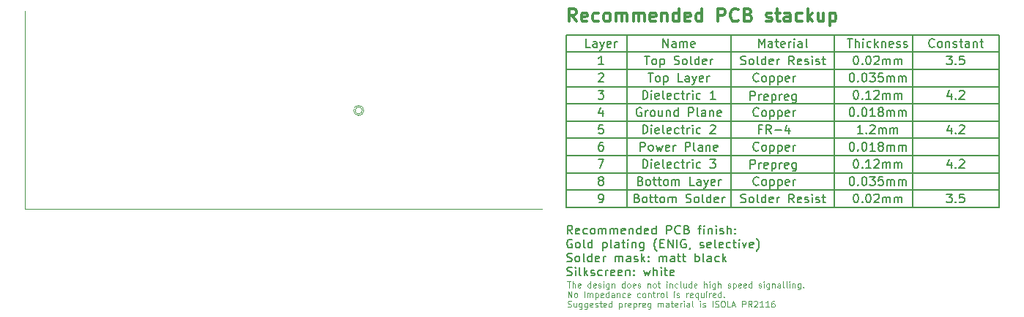
<source format=gbr>
G04 #@! TF.GenerationSoftware,KiCad,Pcbnew,(6.0.7)*
G04 #@! TF.CreationDate,2022-08-27T17:39:23-04:00*
G04 #@! TF.ProjectId,quickfeather-board,71756963-6b66-4656-9174-6865722d626f,rev?*
G04 #@! TF.SameCoordinates,Original*
G04 #@! TF.FileFunction,OtherDrawing,Comment*
%FSLAX46Y46*%
G04 Gerber Fmt 4.6, Leading zero omitted, Abs format (unit mm)*
G04 Created by KiCad (PCBNEW (6.0.7)) date 2022-08-27 17:39:23*
%MOMM*%
%LPD*%
G01*
G04 APERTURE LIST*
%ADD10C,0.100000*%
%ADD11C,0.200000*%
%ADD12C,0.150000*%
%ADD13C,0.300000*%
G04 APERTURE END LIST*
D10*
X123105300Y-116433600D02*
X182875300Y-116433600D01*
X123101100Y-93456700D02*
X123101100Y-116433600D01*
D11*
X225701000Y-104213000D02*
X235701000Y-104213000D01*
X225701000Y-106213000D02*
X235701000Y-106213000D01*
X225701000Y-102213000D02*
X235701000Y-102213000D01*
X225701000Y-110213000D02*
X235701000Y-110213000D01*
X225701000Y-112213000D02*
X235701000Y-112213000D01*
X225701000Y-100213000D02*
X235701000Y-100213000D01*
X225701000Y-96213000D02*
X235701000Y-96213000D01*
X235701000Y-96213000D02*
X235701000Y-116213000D01*
X235701000Y-116213000D02*
X225701000Y-116213000D01*
X225701000Y-116213000D02*
X225701000Y-114213000D01*
X204701000Y-96213000D02*
X204701000Y-116213000D01*
X216701000Y-96213000D02*
X216701000Y-116213000D01*
X225701000Y-96213000D02*
X225701000Y-116213000D01*
X192701000Y-96213000D02*
X192701000Y-116213000D01*
X186701000Y-98213000D02*
X185701000Y-98213000D01*
X185701000Y-100213000D02*
X225701000Y-100213000D01*
X225701000Y-98213000D02*
X235701000Y-98213000D01*
X185701000Y-102213000D02*
X225701000Y-102213000D01*
X185701000Y-104213000D02*
X225701000Y-104213000D01*
X185701000Y-106213000D02*
X225701000Y-106213000D01*
X185701000Y-108213000D02*
X225701000Y-108213000D01*
X185701000Y-110213000D02*
X225701000Y-110213000D01*
X185701000Y-112213000D02*
X225701000Y-112213000D01*
X185701000Y-114213000D02*
X225701000Y-114213000D01*
X185701000Y-116213000D02*
X225701000Y-116213000D01*
X185701000Y-96213000D02*
X185701000Y-116213000D01*
X185701000Y-96213000D02*
X225701000Y-96213000D01*
X186701000Y-98213000D02*
X225701000Y-98213000D01*
X225701000Y-114213000D02*
X235701000Y-114213000D01*
X225701000Y-108213000D02*
X235701000Y-108213000D01*
D12*
X218653380Y-108665380D02*
X218748619Y-108665380D01*
X218843857Y-108713000D01*
X218891476Y-108760619D01*
X218939095Y-108855857D01*
X218986714Y-109046333D01*
X218986714Y-109284428D01*
X218939095Y-109474904D01*
X218891476Y-109570142D01*
X218843857Y-109617761D01*
X218748619Y-109665380D01*
X218653380Y-109665380D01*
X218558142Y-109617761D01*
X218510523Y-109570142D01*
X218462904Y-109474904D01*
X218415285Y-109284428D01*
X218415285Y-109046333D01*
X218462904Y-108855857D01*
X218510523Y-108760619D01*
X218558142Y-108713000D01*
X218653380Y-108665380D01*
X219415285Y-109570142D02*
X219462904Y-109617761D01*
X219415285Y-109665380D01*
X219367666Y-109617761D01*
X219415285Y-109570142D01*
X219415285Y-109665380D01*
X220081952Y-108665380D02*
X220177190Y-108665380D01*
X220272428Y-108713000D01*
X220320047Y-108760619D01*
X220367666Y-108855857D01*
X220415285Y-109046333D01*
X220415285Y-109284428D01*
X220367666Y-109474904D01*
X220320047Y-109570142D01*
X220272428Y-109617761D01*
X220177190Y-109665380D01*
X220081952Y-109665380D01*
X219986714Y-109617761D01*
X219939095Y-109570142D01*
X219891476Y-109474904D01*
X219843857Y-109284428D01*
X219843857Y-109046333D01*
X219891476Y-108855857D01*
X219939095Y-108760619D01*
X219986714Y-108713000D01*
X220081952Y-108665380D01*
X221367666Y-109665380D02*
X220796238Y-109665380D01*
X221081952Y-109665380D02*
X221081952Y-108665380D01*
X220986714Y-108808238D01*
X220891476Y-108903476D01*
X220796238Y-108951095D01*
X221939095Y-109093952D02*
X221843857Y-109046333D01*
X221796238Y-108998714D01*
X221748619Y-108903476D01*
X221748619Y-108855857D01*
X221796238Y-108760619D01*
X221843857Y-108713000D01*
X221939095Y-108665380D01*
X222129571Y-108665380D01*
X222224809Y-108713000D01*
X222272428Y-108760619D01*
X222320047Y-108855857D01*
X222320047Y-108903476D01*
X222272428Y-108998714D01*
X222224809Y-109046333D01*
X222129571Y-109093952D01*
X221939095Y-109093952D01*
X221843857Y-109141571D01*
X221796238Y-109189190D01*
X221748619Y-109284428D01*
X221748619Y-109474904D01*
X221796238Y-109570142D01*
X221843857Y-109617761D01*
X221939095Y-109665380D01*
X222129571Y-109665380D01*
X222224809Y-109617761D01*
X222272428Y-109570142D01*
X222320047Y-109474904D01*
X222320047Y-109284428D01*
X222272428Y-109189190D01*
X222224809Y-109141571D01*
X222129571Y-109093952D01*
X222748619Y-109665380D02*
X222748619Y-108998714D01*
X222748619Y-109093952D02*
X222796238Y-109046333D01*
X222891476Y-108998714D01*
X223034333Y-108998714D01*
X223129571Y-109046333D01*
X223177190Y-109141571D01*
X223177190Y-109665380D01*
X223177190Y-109141571D02*
X223224809Y-109046333D01*
X223320047Y-108998714D01*
X223462904Y-108998714D01*
X223558142Y-109046333D01*
X223605761Y-109141571D01*
X223605761Y-109665380D01*
X224081952Y-109665380D02*
X224081952Y-108998714D01*
X224081952Y-109093952D02*
X224129571Y-109046333D01*
X224224809Y-108998714D01*
X224367666Y-108998714D01*
X224462904Y-109046333D01*
X224510523Y-109141571D01*
X224510523Y-109665380D01*
X224510523Y-109141571D02*
X224558142Y-109046333D01*
X224653380Y-108998714D01*
X224796238Y-108998714D01*
X224891476Y-109046333D01*
X224939095Y-109141571D01*
X224939095Y-109665380D01*
X218653380Y-104665380D02*
X218748619Y-104665380D01*
X218843857Y-104713000D01*
X218891476Y-104760619D01*
X218939095Y-104855857D01*
X218986714Y-105046333D01*
X218986714Y-105284428D01*
X218939095Y-105474904D01*
X218891476Y-105570142D01*
X218843857Y-105617761D01*
X218748619Y-105665380D01*
X218653380Y-105665380D01*
X218558142Y-105617761D01*
X218510523Y-105570142D01*
X218462904Y-105474904D01*
X218415285Y-105284428D01*
X218415285Y-105046333D01*
X218462904Y-104855857D01*
X218510523Y-104760619D01*
X218558142Y-104713000D01*
X218653380Y-104665380D01*
X219415285Y-105570142D02*
X219462904Y-105617761D01*
X219415285Y-105665380D01*
X219367666Y-105617761D01*
X219415285Y-105570142D01*
X219415285Y-105665380D01*
X220081952Y-104665380D02*
X220177190Y-104665380D01*
X220272428Y-104713000D01*
X220320047Y-104760619D01*
X220367666Y-104855857D01*
X220415285Y-105046333D01*
X220415285Y-105284428D01*
X220367666Y-105474904D01*
X220320047Y-105570142D01*
X220272428Y-105617761D01*
X220177190Y-105665380D01*
X220081952Y-105665380D01*
X219986714Y-105617761D01*
X219939095Y-105570142D01*
X219891476Y-105474904D01*
X219843857Y-105284428D01*
X219843857Y-105046333D01*
X219891476Y-104855857D01*
X219939095Y-104760619D01*
X219986714Y-104713000D01*
X220081952Y-104665380D01*
X221367666Y-105665380D02*
X220796238Y-105665380D01*
X221081952Y-105665380D02*
X221081952Y-104665380D01*
X220986714Y-104808238D01*
X220891476Y-104903476D01*
X220796238Y-104951095D01*
X221939095Y-105093952D02*
X221843857Y-105046333D01*
X221796238Y-104998714D01*
X221748619Y-104903476D01*
X221748619Y-104855857D01*
X221796238Y-104760619D01*
X221843857Y-104713000D01*
X221939095Y-104665380D01*
X222129571Y-104665380D01*
X222224809Y-104713000D01*
X222272428Y-104760619D01*
X222320047Y-104855857D01*
X222320047Y-104903476D01*
X222272428Y-104998714D01*
X222224809Y-105046333D01*
X222129571Y-105093952D01*
X221939095Y-105093952D01*
X221843857Y-105141571D01*
X221796238Y-105189190D01*
X221748619Y-105284428D01*
X221748619Y-105474904D01*
X221796238Y-105570142D01*
X221843857Y-105617761D01*
X221939095Y-105665380D01*
X222129571Y-105665380D01*
X222224809Y-105617761D01*
X222272428Y-105570142D01*
X222320047Y-105474904D01*
X222320047Y-105284428D01*
X222272428Y-105189190D01*
X222224809Y-105141571D01*
X222129571Y-105093952D01*
X222748619Y-105665380D02*
X222748619Y-104998714D01*
X222748619Y-105093952D02*
X222796238Y-105046333D01*
X222891476Y-104998714D01*
X223034333Y-104998714D01*
X223129571Y-105046333D01*
X223177190Y-105141571D01*
X223177190Y-105665380D01*
X223177190Y-105141571D02*
X223224809Y-105046333D01*
X223320047Y-104998714D01*
X223462904Y-104998714D01*
X223558142Y-105046333D01*
X223605761Y-105141571D01*
X223605761Y-105665380D01*
X224081952Y-105665380D02*
X224081952Y-104998714D01*
X224081952Y-105093952D02*
X224129571Y-105046333D01*
X224224809Y-104998714D01*
X224367666Y-104998714D01*
X224462904Y-105046333D01*
X224510523Y-105141571D01*
X224510523Y-105665380D01*
X224510523Y-105141571D02*
X224558142Y-105046333D01*
X224653380Y-104998714D01*
X224796238Y-104998714D01*
X224891476Y-105046333D01*
X224939095Y-105141571D01*
X224939095Y-105665380D01*
X219129571Y-102665380D02*
X219224809Y-102665380D01*
X219320047Y-102713000D01*
X219367666Y-102760619D01*
X219415285Y-102855857D01*
X219462904Y-103046333D01*
X219462904Y-103284428D01*
X219415285Y-103474904D01*
X219367666Y-103570142D01*
X219320047Y-103617761D01*
X219224809Y-103665380D01*
X219129571Y-103665380D01*
X219034333Y-103617761D01*
X218986714Y-103570142D01*
X218939095Y-103474904D01*
X218891476Y-103284428D01*
X218891476Y-103046333D01*
X218939095Y-102855857D01*
X218986714Y-102760619D01*
X219034333Y-102713000D01*
X219129571Y-102665380D01*
X219891476Y-103570142D02*
X219939095Y-103617761D01*
X219891476Y-103665380D01*
X219843857Y-103617761D01*
X219891476Y-103570142D01*
X219891476Y-103665380D01*
X220891476Y-103665380D02*
X220320047Y-103665380D01*
X220605761Y-103665380D02*
X220605761Y-102665380D01*
X220510523Y-102808238D01*
X220415285Y-102903476D01*
X220320047Y-102951095D01*
X221272428Y-102760619D02*
X221320047Y-102713000D01*
X221415285Y-102665380D01*
X221653380Y-102665380D01*
X221748619Y-102713000D01*
X221796238Y-102760619D01*
X221843857Y-102855857D01*
X221843857Y-102951095D01*
X221796238Y-103093952D01*
X221224809Y-103665380D01*
X221843857Y-103665380D01*
X222272428Y-103665380D02*
X222272428Y-102998714D01*
X222272428Y-103093952D02*
X222320047Y-103046333D01*
X222415285Y-102998714D01*
X222558142Y-102998714D01*
X222653380Y-103046333D01*
X222701000Y-103141571D01*
X222701000Y-103665380D01*
X222701000Y-103141571D02*
X222748619Y-103046333D01*
X222843857Y-102998714D01*
X222986714Y-102998714D01*
X223081952Y-103046333D01*
X223129571Y-103141571D01*
X223129571Y-103665380D01*
X223605761Y-103665380D02*
X223605761Y-102998714D01*
X223605761Y-103093952D02*
X223653380Y-103046333D01*
X223748619Y-102998714D01*
X223891476Y-102998714D01*
X223986714Y-103046333D01*
X224034333Y-103141571D01*
X224034333Y-103665380D01*
X224034333Y-103141571D02*
X224081952Y-103046333D01*
X224177190Y-102998714D01*
X224320047Y-102998714D01*
X224415285Y-103046333D01*
X224462904Y-103141571D01*
X224462904Y-103665380D01*
X219129571Y-110665380D02*
X219224809Y-110665380D01*
X219320047Y-110713000D01*
X219367666Y-110760619D01*
X219415285Y-110855857D01*
X219462904Y-111046333D01*
X219462904Y-111284428D01*
X219415285Y-111474904D01*
X219367666Y-111570142D01*
X219320047Y-111617761D01*
X219224809Y-111665380D01*
X219129571Y-111665380D01*
X219034333Y-111617761D01*
X218986714Y-111570142D01*
X218939095Y-111474904D01*
X218891476Y-111284428D01*
X218891476Y-111046333D01*
X218939095Y-110855857D01*
X218986714Y-110760619D01*
X219034333Y-110713000D01*
X219129571Y-110665380D01*
X219891476Y-111570142D02*
X219939095Y-111617761D01*
X219891476Y-111665380D01*
X219843857Y-111617761D01*
X219891476Y-111570142D01*
X219891476Y-111665380D01*
X220891476Y-111665380D02*
X220320047Y-111665380D01*
X220605761Y-111665380D02*
X220605761Y-110665380D01*
X220510523Y-110808238D01*
X220415285Y-110903476D01*
X220320047Y-110951095D01*
X221272428Y-110760619D02*
X221320047Y-110713000D01*
X221415285Y-110665380D01*
X221653380Y-110665380D01*
X221748619Y-110713000D01*
X221796238Y-110760619D01*
X221843857Y-110855857D01*
X221843857Y-110951095D01*
X221796238Y-111093952D01*
X221224809Y-111665380D01*
X221843857Y-111665380D01*
X222272428Y-111665380D02*
X222272428Y-110998714D01*
X222272428Y-111093952D02*
X222320047Y-111046333D01*
X222415285Y-110998714D01*
X222558142Y-110998714D01*
X222653380Y-111046333D01*
X222701000Y-111141571D01*
X222701000Y-111665380D01*
X222701000Y-111141571D02*
X222748619Y-111046333D01*
X222843857Y-110998714D01*
X222986714Y-110998714D01*
X223081952Y-111046333D01*
X223129571Y-111141571D01*
X223129571Y-111665380D01*
X223605761Y-111665380D02*
X223605761Y-110998714D01*
X223605761Y-111093952D02*
X223653380Y-111046333D01*
X223748619Y-110998714D01*
X223891476Y-110998714D01*
X223986714Y-111046333D01*
X224034333Y-111141571D01*
X224034333Y-111665380D01*
X224034333Y-111141571D02*
X224081952Y-111046333D01*
X224177190Y-110998714D01*
X224320047Y-110998714D01*
X224415285Y-111046333D01*
X224462904Y-111141571D01*
X224462904Y-111665380D01*
X219939095Y-107665380D02*
X219367666Y-107665380D01*
X219653380Y-107665380D02*
X219653380Y-106665380D01*
X219558142Y-106808238D01*
X219462904Y-106903476D01*
X219367666Y-106951095D01*
X220367666Y-107570142D02*
X220415285Y-107617761D01*
X220367666Y-107665380D01*
X220320047Y-107617761D01*
X220367666Y-107570142D01*
X220367666Y-107665380D01*
X220796238Y-106760619D02*
X220843857Y-106713000D01*
X220939095Y-106665380D01*
X221177190Y-106665380D01*
X221272428Y-106713000D01*
X221320047Y-106760619D01*
X221367666Y-106855857D01*
X221367666Y-106951095D01*
X221320047Y-107093952D01*
X220748619Y-107665380D01*
X221367666Y-107665380D01*
X221796238Y-107665380D02*
X221796238Y-106998714D01*
X221796238Y-107093952D02*
X221843857Y-107046333D01*
X221939095Y-106998714D01*
X222081952Y-106998714D01*
X222177190Y-107046333D01*
X222224809Y-107141571D01*
X222224809Y-107665380D01*
X222224809Y-107141571D02*
X222272428Y-107046333D01*
X222367666Y-106998714D01*
X222510523Y-106998714D01*
X222605761Y-107046333D01*
X222653380Y-107141571D01*
X222653380Y-107665380D01*
X223129571Y-107665380D02*
X223129571Y-106998714D01*
X223129571Y-107093952D02*
X223177190Y-107046333D01*
X223272428Y-106998714D01*
X223415285Y-106998714D01*
X223510523Y-107046333D01*
X223558142Y-107141571D01*
X223558142Y-107665380D01*
X223558142Y-107141571D02*
X223605761Y-107046333D01*
X223701000Y-106998714D01*
X223843857Y-106998714D01*
X223939095Y-107046333D01*
X223986714Y-107141571D01*
X223986714Y-107665380D01*
X219129571Y-114665380D02*
X219224809Y-114665380D01*
X219320047Y-114713000D01*
X219367666Y-114760619D01*
X219415285Y-114855857D01*
X219462904Y-115046333D01*
X219462904Y-115284428D01*
X219415285Y-115474904D01*
X219367666Y-115570142D01*
X219320047Y-115617761D01*
X219224809Y-115665380D01*
X219129571Y-115665380D01*
X219034333Y-115617761D01*
X218986714Y-115570142D01*
X218939095Y-115474904D01*
X218891476Y-115284428D01*
X218891476Y-115046333D01*
X218939095Y-114855857D01*
X218986714Y-114760619D01*
X219034333Y-114713000D01*
X219129571Y-114665380D01*
X219891476Y-115570142D02*
X219939095Y-115617761D01*
X219891476Y-115665380D01*
X219843857Y-115617761D01*
X219891476Y-115570142D01*
X219891476Y-115665380D01*
X220558142Y-114665380D02*
X220653380Y-114665380D01*
X220748619Y-114713000D01*
X220796238Y-114760619D01*
X220843857Y-114855857D01*
X220891476Y-115046333D01*
X220891476Y-115284428D01*
X220843857Y-115474904D01*
X220796238Y-115570142D01*
X220748619Y-115617761D01*
X220653380Y-115665380D01*
X220558142Y-115665380D01*
X220462904Y-115617761D01*
X220415285Y-115570142D01*
X220367666Y-115474904D01*
X220320047Y-115284428D01*
X220320047Y-115046333D01*
X220367666Y-114855857D01*
X220415285Y-114760619D01*
X220462904Y-114713000D01*
X220558142Y-114665380D01*
X221272428Y-114760619D02*
X221320047Y-114713000D01*
X221415285Y-114665380D01*
X221653380Y-114665380D01*
X221748619Y-114713000D01*
X221796238Y-114760619D01*
X221843857Y-114855857D01*
X221843857Y-114951095D01*
X221796238Y-115093952D01*
X221224809Y-115665380D01*
X221843857Y-115665380D01*
X222272428Y-115665380D02*
X222272428Y-114998714D01*
X222272428Y-115093952D02*
X222320047Y-115046333D01*
X222415285Y-114998714D01*
X222558142Y-114998714D01*
X222653380Y-115046333D01*
X222701000Y-115141571D01*
X222701000Y-115665380D01*
X222701000Y-115141571D02*
X222748619Y-115046333D01*
X222843857Y-114998714D01*
X222986714Y-114998714D01*
X223081952Y-115046333D01*
X223129571Y-115141571D01*
X223129571Y-115665380D01*
X223605761Y-115665380D02*
X223605761Y-114998714D01*
X223605761Y-115093952D02*
X223653380Y-115046333D01*
X223748619Y-114998714D01*
X223891476Y-114998714D01*
X223986714Y-115046333D01*
X224034333Y-115141571D01*
X224034333Y-115665380D01*
X224034333Y-115141571D02*
X224081952Y-115046333D01*
X224177190Y-114998714D01*
X224320047Y-114998714D01*
X224415285Y-115046333D01*
X224462904Y-115141571D01*
X224462904Y-115665380D01*
X205867666Y-99617761D02*
X206010523Y-99665380D01*
X206248619Y-99665380D01*
X206343857Y-99617761D01*
X206391476Y-99570142D01*
X206439095Y-99474904D01*
X206439095Y-99379666D01*
X206391476Y-99284428D01*
X206343857Y-99236809D01*
X206248619Y-99189190D01*
X206058142Y-99141571D01*
X205962904Y-99093952D01*
X205915285Y-99046333D01*
X205867666Y-98951095D01*
X205867666Y-98855857D01*
X205915285Y-98760619D01*
X205962904Y-98713000D01*
X206058142Y-98665380D01*
X206296238Y-98665380D01*
X206439095Y-98713000D01*
X207010523Y-99665380D02*
X206915285Y-99617761D01*
X206867666Y-99570142D01*
X206820047Y-99474904D01*
X206820047Y-99189190D01*
X206867666Y-99093952D01*
X206915285Y-99046333D01*
X207010523Y-98998714D01*
X207153380Y-98998714D01*
X207248619Y-99046333D01*
X207296238Y-99093952D01*
X207343857Y-99189190D01*
X207343857Y-99474904D01*
X207296238Y-99570142D01*
X207248619Y-99617761D01*
X207153380Y-99665380D01*
X207010523Y-99665380D01*
X207915285Y-99665380D02*
X207820047Y-99617761D01*
X207772428Y-99522523D01*
X207772428Y-98665380D01*
X208724809Y-99665380D02*
X208724809Y-98665380D01*
X208724809Y-99617761D02*
X208629571Y-99665380D01*
X208439095Y-99665380D01*
X208343857Y-99617761D01*
X208296238Y-99570142D01*
X208248619Y-99474904D01*
X208248619Y-99189190D01*
X208296238Y-99093952D01*
X208343857Y-99046333D01*
X208439095Y-98998714D01*
X208629571Y-98998714D01*
X208724809Y-99046333D01*
X209581952Y-99617761D02*
X209486714Y-99665380D01*
X209296238Y-99665380D01*
X209201000Y-99617761D01*
X209153380Y-99522523D01*
X209153380Y-99141571D01*
X209201000Y-99046333D01*
X209296238Y-98998714D01*
X209486714Y-98998714D01*
X209581952Y-99046333D01*
X209629571Y-99141571D01*
X209629571Y-99236809D01*
X209153380Y-99332047D01*
X210058142Y-99665380D02*
X210058142Y-98998714D01*
X210058142Y-99189190D02*
X210105761Y-99093952D01*
X210153380Y-99046333D01*
X210248619Y-98998714D01*
X210343857Y-98998714D01*
X212010523Y-99665380D02*
X211677190Y-99189190D01*
X211439095Y-99665380D02*
X211439095Y-98665380D01*
X211820047Y-98665380D01*
X211915285Y-98713000D01*
X211962904Y-98760619D01*
X212010523Y-98855857D01*
X212010523Y-98998714D01*
X211962904Y-99093952D01*
X211915285Y-99141571D01*
X211820047Y-99189190D01*
X211439095Y-99189190D01*
X212820047Y-99617761D02*
X212724809Y-99665380D01*
X212534333Y-99665380D01*
X212439095Y-99617761D01*
X212391476Y-99522523D01*
X212391476Y-99141571D01*
X212439095Y-99046333D01*
X212534333Y-98998714D01*
X212724809Y-98998714D01*
X212820047Y-99046333D01*
X212867666Y-99141571D01*
X212867666Y-99236809D01*
X212391476Y-99332047D01*
X213248619Y-99617761D02*
X213343857Y-99665380D01*
X213534333Y-99665380D01*
X213629571Y-99617761D01*
X213677190Y-99522523D01*
X213677190Y-99474904D01*
X213629571Y-99379666D01*
X213534333Y-99332047D01*
X213391476Y-99332047D01*
X213296238Y-99284428D01*
X213248619Y-99189190D01*
X213248619Y-99141571D01*
X213296238Y-99046333D01*
X213391476Y-98998714D01*
X213534333Y-98998714D01*
X213629571Y-99046333D01*
X214105761Y-99665380D02*
X214105761Y-98998714D01*
X214105761Y-98665380D02*
X214058142Y-98713000D01*
X214105761Y-98760619D01*
X214153380Y-98713000D01*
X214105761Y-98665380D01*
X214105761Y-98760619D01*
X214534333Y-99617761D02*
X214629571Y-99665380D01*
X214820047Y-99665380D01*
X214915285Y-99617761D01*
X214962904Y-99522523D01*
X214962904Y-99474904D01*
X214915285Y-99379666D01*
X214820047Y-99332047D01*
X214677190Y-99332047D01*
X214581952Y-99284428D01*
X214534333Y-99189190D01*
X214534333Y-99141571D01*
X214581952Y-99046333D01*
X214677190Y-98998714D01*
X214820047Y-98998714D01*
X214915285Y-99046333D01*
X215248619Y-98998714D02*
X215629571Y-98998714D01*
X215391476Y-98665380D02*
X215391476Y-99522523D01*
X215439095Y-99617761D01*
X215534333Y-99665380D01*
X215629571Y-99665380D01*
X207915285Y-105570142D02*
X207867666Y-105617761D01*
X207724809Y-105665380D01*
X207629571Y-105665380D01*
X207486714Y-105617761D01*
X207391476Y-105522523D01*
X207343857Y-105427285D01*
X207296238Y-105236809D01*
X207296238Y-105093952D01*
X207343857Y-104903476D01*
X207391476Y-104808238D01*
X207486714Y-104713000D01*
X207629571Y-104665380D01*
X207724809Y-104665380D01*
X207867666Y-104713000D01*
X207915285Y-104760619D01*
X208486714Y-105665380D02*
X208391476Y-105617761D01*
X208343857Y-105570142D01*
X208296238Y-105474904D01*
X208296238Y-105189190D01*
X208343857Y-105093952D01*
X208391476Y-105046333D01*
X208486714Y-104998714D01*
X208629571Y-104998714D01*
X208724809Y-105046333D01*
X208772428Y-105093952D01*
X208820047Y-105189190D01*
X208820047Y-105474904D01*
X208772428Y-105570142D01*
X208724809Y-105617761D01*
X208629571Y-105665380D01*
X208486714Y-105665380D01*
X209248619Y-104998714D02*
X209248619Y-105998714D01*
X209248619Y-105046333D02*
X209343857Y-104998714D01*
X209534333Y-104998714D01*
X209629571Y-105046333D01*
X209677190Y-105093952D01*
X209724809Y-105189190D01*
X209724809Y-105474904D01*
X209677190Y-105570142D01*
X209629571Y-105617761D01*
X209534333Y-105665380D01*
X209343857Y-105665380D01*
X209248619Y-105617761D01*
X210153380Y-104998714D02*
X210153380Y-105998714D01*
X210153380Y-105046333D02*
X210248619Y-104998714D01*
X210439095Y-104998714D01*
X210534333Y-105046333D01*
X210581952Y-105093952D01*
X210629571Y-105189190D01*
X210629571Y-105474904D01*
X210581952Y-105570142D01*
X210534333Y-105617761D01*
X210439095Y-105665380D01*
X210248619Y-105665380D01*
X210153380Y-105617761D01*
X211439095Y-105617761D02*
X211343857Y-105665380D01*
X211153380Y-105665380D01*
X211058142Y-105617761D01*
X211010523Y-105522523D01*
X211010523Y-105141571D01*
X211058142Y-105046333D01*
X211153380Y-104998714D01*
X211343857Y-104998714D01*
X211439095Y-105046333D01*
X211486714Y-105141571D01*
X211486714Y-105236809D01*
X211010523Y-105332047D01*
X211915285Y-105665380D02*
X211915285Y-104998714D01*
X211915285Y-105189190D02*
X211962904Y-105093952D01*
X212010523Y-105046333D01*
X212105761Y-104998714D01*
X212201000Y-104998714D01*
X207915285Y-101570142D02*
X207867666Y-101617761D01*
X207724809Y-101665380D01*
X207629571Y-101665380D01*
X207486714Y-101617761D01*
X207391476Y-101522523D01*
X207343857Y-101427285D01*
X207296238Y-101236809D01*
X207296238Y-101093952D01*
X207343857Y-100903476D01*
X207391476Y-100808238D01*
X207486714Y-100713000D01*
X207629571Y-100665380D01*
X207724809Y-100665380D01*
X207867666Y-100713000D01*
X207915285Y-100760619D01*
X208486714Y-101665380D02*
X208391476Y-101617761D01*
X208343857Y-101570142D01*
X208296238Y-101474904D01*
X208296238Y-101189190D01*
X208343857Y-101093952D01*
X208391476Y-101046333D01*
X208486714Y-100998714D01*
X208629571Y-100998714D01*
X208724809Y-101046333D01*
X208772428Y-101093952D01*
X208820047Y-101189190D01*
X208820047Y-101474904D01*
X208772428Y-101570142D01*
X208724809Y-101617761D01*
X208629571Y-101665380D01*
X208486714Y-101665380D01*
X209248619Y-100998714D02*
X209248619Y-101998714D01*
X209248619Y-101046333D02*
X209343857Y-100998714D01*
X209534333Y-100998714D01*
X209629571Y-101046333D01*
X209677190Y-101093952D01*
X209724809Y-101189190D01*
X209724809Y-101474904D01*
X209677190Y-101570142D01*
X209629571Y-101617761D01*
X209534333Y-101665380D01*
X209343857Y-101665380D01*
X209248619Y-101617761D01*
X210153380Y-100998714D02*
X210153380Y-101998714D01*
X210153380Y-101046333D02*
X210248619Y-100998714D01*
X210439095Y-100998714D01*
X210534333Y-101046333D01*
X210581952Y-101093952D01*
X210629571Y-101189190D01*
X210629571Y-101474904D01*
X210581952Y-101570142D01*
X210534333Y-101617761D01*
X210439095Y-101665380D01*
X210248619Y-101665380D01*
X210153380Y-101617761D01*
X211439095Y-101617761D02*
X211343857Y-101665380D01*
X211153380Y-101665380D01*
X211058142Y-101617761D01*
X211010523Y-101522523D01*
X211010523Y-101141571D01*
X211058142Y-101046333D01*
X211153380Y-100998714D01*
X211343857Y-100998714D01*
X211439095Y-101046333D01*
X211486714Y-101141571D01*
X211486714Y-101236809D01*
X211010523Y-101332047D01*
X211915285Y-101665380D02*
X211915285Y-100998714D01*
X211915285Y-101189190D02*
X211962904Y-101093952D01*
X212010523Y-101046333D01*
X212105761Y-100998714D01*
X212201000Y-100998714D01*
X207915285Y-109570142D02*
X207867666Y-109617761D01*
X207724809Y-109665380D01*
X207629571Y-109665380D01*
X207486714Y-109617761D01*
X207391476Y-109522523D01*
X207343857Y-109427285D01*
X207296238Y-109236809D01*
X207296238Y-109093952D01*
X207343857Y-108903476D01*
X207391476Y-108808238D01*
X207486714Y-108713000D01*
X207629571Y-108665380D01*
X207724809Y-108665380D01*
X207867666Y-108713000D01*
X207915285Y-108760619D01*
X208486714Y-109665380D02*
X208391476Y-109617761D01*
X208343857Y-109570142D01*
X208296238Y-109474904D01*
X208296238Y-109189190D01*
X208343857Y-109093952D01*
X208391476Y-109046333D01*
X208486714Y-108998714D01*
X208629571Y-108998714D01*
X208724809Y-109046333D01*
X208772428Y-109093952D01*
X208820047Y-109189190D01*
X208820047Y-109474904D01*
X208772428Y-109570142D01*
X208724809Y-109617761D01*
X208629571Y-109665380D01*
X208486714Y-109665380D01*
X209248619Y-108998714D02*
X209248619Y-109998714D01*
X209248619Y-109046333D02*
X209343857Y-108998714D01*
X209534333Y-108998714D01*
X209629571Y-109046333D01*
X209677190Y-109093952D01*
X209724809Y-109189190D01*
X209724809Y-109474904D01*
X209677190Y-109570142D01*
X209629571Y-109617761D01*
X209534333Y-109665380D01*
X209343857Y-109665380D01*
X209248619Y-109617761D01*
X210153380Y-108998714D02*
X210153380Y-109998714D01*
X210153380Y-109046333D02*
X210248619Y-108998714D01*
X210439095Y-108998714D01*
X210534333Y-109046333D01*
X210581952Y-109093952D01*
X210629571Y-109189190D01*
X210629571Y-109474904D01*
X210581952Y-109570142D01*
X210534333Y-109617761D01*
X210439095Y-109665380D01*
X210248619Y-109665380D01*
X210153380Y-109617761D01*
X211439095Y-109617761D02*
X211343857Y-109665380D01*
X211153380Y-109665380D01*
X211058142Y-109617761D01*
X211010523Y-109522523D01*
X211010523Y-109141571D01*
X211058142Y-109046333D01*
X211153380Y-108998714D01*
X211343857Y-108998714D01*
X211439095Y-109046333D01*
X211486714Y-109141571D01*
X211486714Y-109236809D01*
X211010523Y-109332047D01*
X211915285Y-109665380D02*
X211915285Y-108998714D01*
X211915285Y-109189190D02*
X211962904Y-109093952D01*
X212010523Y-109046333D01*
X212105761Y-108998714D01*
X212201000Y-108998714D01*
X208248619Y-107141571D02*
X207915285Y-107141571D01*
X207915285Y-107665380D02*
X207915285Y-106665380D01*
X208391476Y-106665380D01*
X209343857Y-107665380D02*
X209010523Y-107189190D01*
X208772428Y-107665380D02*
X208772428Y-106665380D01*
X209153380Y-106665380D01*
X209248619Y-106713000D01*
X209296238Y-106760619D01*
X209343857Y-106855857D01*
X209343857Y-106998714D01*
X209296238Y-107093952D01*
X209248619Y-107141571D01*
X209153380Y-107189190D01*
X208772428Y-107189190D01*
X209772428Y-107284428D02*
X210534333Y-107284428D01*
X211439095Y-106998714D02*
X211439095Y-107665380D01*
X211201000Y-106617761D02*
X210962904Y-107332047D01*
X211581952Y-107332047D01*
X205867666Y-115617761D02*
X206010523Y-115665380D01*
X206248619Y-115665380D01*
X206343857Y-115617761D01*
X206391476Y-115570142D01*
X206439095Y-115474904D01*
X206439095Y-115379666D01*
X206391476Y-115284428D01*
X206343857Y-115236809D01*
X206248619Y-115189190D01*
X206058142Y-115141571D01*
X205962904Y-115093952D01*
X205915285Y-115046333D01*
X205867666Y-114951095D01*
X205867666Y-114855857D01*
X205915285Y-114760619D01*
X205962904Y-114713000D01*
X206058142Y-114665380D01*
X206296238Y-114665380D01*
X206439095Y-114713000D01*
X207010523Y-115665380D02*
X206915285Y-115617761D01*
X206867666Y-115570142D01*
X206820047Y-115474904D01*
X206820047Y-115189190D01*
X206867666Y-115093952D01*
X206915285Y-115046333D01*
X207010523Y-114998714D01*
X207153380Y-114998714D01*
X207248619Y-115046333D01*
X207296238Y-115093952D01*
X207343857Y-115189190D01*
X207343857Y-115474904D01*
X207296238Y-115570142D01*
X207248619Y-115617761D01*
X207153380Y-115665380D01*
X207010523Y-115665380D01*
X207915285Y-115665380D02*
X207820047Y-115617761D01*
X207772428Y-115522523D01*
X207772428Y-114665380D01*
X208724809Y-115665380D02*
X208724809Y-114665380D01*
X208724809Y-115617761D02*
X208629571Y-115665380D01*
X208439095Y-115665380D01*
X208343857Y-115617761D01*
X208296238Y-115570142D01*
X208248619Y-115474904D01*
X208248619Y-115189190D01*
X208296238Y-115093952D01*
X208343857Y-115046333D01*
X208439095Y-114998714D01*
X208629571Y-114998714D01*
X208724809Y-115046333D01*
X209581952Y-115617761D02*
X209486714Y-115665380D01*
X209296238Y-115665380D01*
X209201000Y-115617761D01*
X209153380Y-115522523D01*
X209153380Y-115141571D01*
X209201000Y-115046333D01*
X209296238Y-114998714D01*
X209486714Y-114998714D01*
X209581952Y-115046333D01*
X209629571Y-115141571D01*
X209629571Y-115236809D01*
X209153380Y-115332047D01*
X210058142Y-115665380D02*
X210058142Y-114998714D01*
X210058142Y-115189190D02*
X210105761Y-115093952D01*
X210153380Y-115046333D01*
X210248619Y-114998714D01*
X210343857Y-114998714D01*
X212010523Y-115665380D02*
X211677190Y-115189190D01*
X211439095Y-115665380D02*
X211439095Y-114665380D01*
X211820047Y-114665380D01*
X211915285Y-114713000D01*
X211962904Y-114760619D01*
X212010523Y-114855857D01*
X212010523Y-114998714D01*
X211962904Y-115093952D01*
X211915285Y-115141571D01*
X211820047Y-115189190D01*
X211439095Y-115189190D01*
X212820047Y-115617761D02*
X212724809Y-115665380D01*
X212534333Y-115665380D01*
X212439095Y-115617761D01*
X212391476Y-115522523D01*
X212391476Y-115141571D01*
X212439095Y-115046333D01*
X212534333Y-114998714D01*
X212724809Y-114998714D01*
X212820047Y-115046333D01*
X212867666Y-115141571D01*
X212867666Y-115236809D01*
X212391476Y-115332047D01*
X213248619Y-115617761D02*
X213343857Y-115665380D01*
X213534333Y-115665380D01*
X213629571Y-115617761D01*
X213677190Y-115522523D01*
X213677190Y-115474904D01*
X213629571Y-115379666D01*
X213534333Y-115332047D01*
X213391476Y-115332047D01*
X213296238Y-115284428D01*
X213248619Y-115189190D01*
X213248619Y-115141571D01*
X213296238Y-115046333D01*
X213391476Y-114998714D01*
X213534333Y-114998714D01*
X213629571Y-115046333D01*
X214105761Y-115665380D02*
X214105761Y-114998714D01*
X214105761Y-114665380D02*
X214058142Y-114713000D01*
X214105761Y-114760619D01*
X214153380Y-114713000D01*
X214105761Y-114665380D01*
X214105761Y-114760619D01*
X214534333Y-115617761D02*
X214629571Y-115665380D01*
X214820047Y-115665380D01*
X214915285Y-115617761D01*
X214962904Y-115522523D01*
X214962904Y-115474904D01*
X214915285Y-115379666D01*
X214820047Y-115332047D01*
X214677190Y-115332047D01*
X214581952Y-115284428D01*
X214534333Y-115189190D01*
X214534333Y-115141571D01*
X214581952Y-115046333D01*
X214677190Y-114998714D01*
X214820047Y-114998714D01*
X214915285Y-115046333D01*
X215248619Y-114998714D02*
X215629571Y-114998714D01*
X215391476Y-114665380D02*
X215391476Y-115522523D01*
X215439095Y-115617761D01*
X215534333Y-115665380D01*
X215629571Y-115665380D01*
X207915285Y-113570142D02*
X207867666Y-113617761D01*
X207724809Y-113665380D01*
X207629571Y-113665380D01*
X207486714Y-113617761D01*
X207391476Y-113522523D01*
X207343857Y-113427285D01*
X207296238Y-113236809D01*
X207296238Y-113093952D01*
X207343857Y-112903476D01*
X207391476Y-112808238D01*
X207486714Y-112713000D01*
X207629571Y-112665380D01*
X207724809Y-112665380D01*
X207867666Y-112713000D01*
X207915285Y-112760619D01*
X208486714Y-113665380D02*
X208391476Y-113617761D01*
X208343857Y-113570142D01*
X208296238Y-113474904D01*
X208296238Y-113189190D01*
X208343857Y-113093952D01*
X208391476Y-113046333D01*
X208486714Y-112998714D01*
X208629571Y-112998714D01*
X208724809Y-113046333D01*
X208772428Y-113093952D01*
X208820047Y-113189190D01*
X208820047Y-113474904D01*
X208772428Y-113570142D01*
X208724809Y-113617761D01*
X208629571Y-113665380D01*
X208486714Y-113665380D01*
X209248619Y-112998714D02*
X209248619Y-113998714D01*
X209248619Y-113046333D02*
X209343857Y-112998714D01*
X209534333Y-112998714D01*
X209629571Y-113046333D01*
X209677190Y-113093952D01*
X209724809Y-113189190D01*
X209724809Y-113474904D01*
X209677190Y-113570142D01*
X209629571Y-113617761D01*
X209534333Y-113665380D01*
X209343857Y-113665380D01*
X209248619Y-113617761D01*
X210153380Y-112998714D02*
X210153380Y-113998714D01*
X210153380Y-113046333D02*
X210248619Y-112998714D01*
X210439095Y-112998714D01*
X210534333Y-113046333D01*
X210581952Y-113093952D01*
X210629571Y-113189190D01*
X210629571Y-113474904D01*
X210581952Y-113570142D01*
X210534333Y-113617761D01*
X210439095Y-113665380D01*
X210248619Y-113665380D01*
X210153380Y-113617761D01*
X211439095Y-113617761D02*
X211343857Y-113665380D01*
X211153380Y-113665380D01*
X211058142Y-113617761D01*
X211010523Y-113522523D01*
X211010523Y-113141571D01*
X211058142Y-113046333D01*
X211153380Y-112998714D01*
X211343857Y-112998714D01*
X211439095Y-113046333D01*
X211486714Y-113141571D01*
X211486714Y-113236809D01*
X211010523Y-113332047D01*
X211915285Y-113665380D02*
X211915285Y-112998714D01*
X211915285Y-113189190D02*
X211962904Y-113093952D01*
X212010523Y-113046333D01*
X212105761Y-112998714D01*
X212201000Y-112998714D01*
X219129571Y-98665380D02*
X219224809Y-98665380D01*
X219320047Y-98713000D01*
X219367666Y-98760619D01*
X219415285Y-98855857D01*
X219462904Y-99046333D01*
X219462904Y-99284428D01*
X219415285Y-99474904D01*
X219367666Y-99570142D01*
X219320047Y-99617761D01*
X219224809Y-99665380D01*
X219129571Y-99665380D01*
X219034333Y-99617761D01*
X218986714Y-99570142D01*
X218939095Y-99474904D01*
X218891476Y-99284428D01*
X218891476Y-99046333D01*
X218939095Y-98855857D01*
X218986714Y-98760619D01*
X219034333Y-98713000D01*
X219129571Y-98665380D01*
X219891476Y-99570142D02*
X219939095Y-99617761D01*
X219891476Y-99665380D01*
X219843857Y-99617761D01*
X219891476Y-99570142D01*
X219891476Y-99665380D01*
X220558142Y-98665380D02*
X220653380Y-98665380D01*
X220748619Y-98713000D01*
X220796238Y-98760619D01*
X220843857Y-98855857D01*
X220891476Y-99046333D01*
X220891476Y-99284428D01*
X220843857Y-99474904D01*
X220796238Y-99570142D01*
X220748619Y-99617761D01*
X220653380Y-99665380D01*
X220558142Y-99665380D01*
X220462904Y-99617761D01*
X220415285Y-99570142D01*
X220367666Y-99474904D01*
X220320047Y-99284428D01*
X220320047Y-99046333D01*
X220367666Y-98855857D01*
X220415285Y-98760619D01*
X220462904Y-98713000D01*
X220558142Y-98665380D01*
X221272428Y-98760619D02*
X221320047Y-98713000D01*
X221415285Y-98665380D01*
X221653380Y-98665380D01*
X221748619Y-98713000D01*
X221796238Y-98760619D01*
X221843857Y-98855857D01*
X221843857Y-98951095D01*
X221796238Y-99093952D01*
X221224809Y-99665380D01*
X221843857Y-99665380D01*
X222272428Y-99665380D02*
X222272428Y-98998714D01*
X222272428Y-99093952D02*
X222320047Y-99046333D01*
X222415285Y-98998714D01*
X222558142Y-98998714D01*
X222653380Y-99046333D01*
X222701000Y-99141571D01*
X222701000Y-99665380D01*
X222701000Y-99141571D02*
X222748619Y-99046333D01*
X222843857Y-98998714D01*
X222986714Y-98998714D01*
X223081952Y-99046333D01*
X223129571Y-99141571D01*
X223129571Y-99665380D01*
X223605761Y-99665380D02*
X223605761Y-98998714D01*
X223605761Y-99093952D02*
X223653380Y-99046333D01*
X223748619Y-98998714D01*
X223891476Y-98998714D01*
X223986714Y-99046333D01*
X224034333Y-99141571D01*
X224034333Y-99665380D01*
X224034333Y-99141571D02*
X224081952Y-99046333D01*
X224177190Y-98998714D01*
X224320047Y-98998714D01*
X224415285Y-99046333D01*
X224462904Y-99141571D01*
X224462904Y-99665380D01*
X194748619Y-98665380D02*
X195320047Y-98665380D01*
X195034333Y-99665380D02*
X195034333Y-98665380D01*
X195796238Y-99665380D02*
X195701000Y-99617761D01*
X195653380Y-99570142D01*
X195605761Y-99474904D01*
X195605761Y-99189190D01*
X195653380Y-99093952D01*
X195701000Y-99046333D01*
X195796238Y-98998714D01*
X195939095Y-98998714D01*
X196034333Y-99046333D01*
X196081952Y-99093952D01*
X196129571Y-99189190D01*
X196129571Y-99474904D01*
X196081952Y-99570142D01*
X196034333Y-99617761D01*
X195939095Y-99665380D01*
X195796238Y-99665380D01*
X196558142Y-98998714D02*
X196558142Y-99998714D01*
X196558142Y-99046333D02*
X196653380Y-98998714D01*
X196843857Y-98998714D01*
X196939095Y-99046333D01*
X196986714Y-99093952D01*
X197034333Y-99189190D01*
X197034333Y-99474904D01*
X196986714Y-99570142D01*
X196939095Y-99617761D01*
X196843857Y-99665380D01*
X196653380Y-99665380D01*
X196558142Y-99617761D01*
X198177190Y-99617761D02*
X198320047Y-99665380D01*
X198558142Y-99665380D01*
X198653380Y-99617761D01*
X198701000Y-99570142D01*
X198748619Y-99474904D01*
X198748619Y-99379666D01*
X198701000Y-99284428D01*
X198653380Y-99236809D01*
X198558142Y-99189190D01*
X198367666Y-99141571D01*
X198272428Y-99093952D01*
X198224809Y-99046333D01*
X198177190Y-98951095D01*
X198177190Y-98855857D01*
X198224809Y-98760619D01*
X198272428Y-98713000D01*
X198367666Y-98665380D01*
X198605761Y-98665380D01*
X198748619Y-98713000D01*
X199320047Y-99665380D02*
X199224809Y-99617761D01*
X199177190Y-99570142D01*
X199129571Y-99474904D01*
X199129571Y-99189190D01*
X199177190Y-99093952D01*
X199224809Y-99046333D01*
X199320047Y-98998714D01*
X199462904Y-98998714D01*
X199558142Y-99046333D01*
X199605761Y-99093952D01*
X199653380Y-99189190D01*
X199653380Y-99474904D01*
X199605761Y-99570142D01*
X199558142Y-99617761D01*
X199462904Y-99665380D01*
X199320047Y-99665380D01*
X200224809Y-99665380D02*
X200129571Y-99617761D01*
X200081952Y-99522523D01*
X200081952Y-98665380D01*
X201034333Y-99665380D02*
X201034333Y-98665380D01*
X201034333Y-99617761D02*
X200939095Y-99665380D01*
X200748619Y-99665380D01*
X200653380Y-99617761D01*
X200605761Y-99570142D01*
X200558142Y-99474904D01*
X200558142Y-99189190D01*
X200605761Y-99093952D01*
X200653380Y-99046333D01*
X200748619Y-98998714D01*
X200939095Y-98998714D01*
X201034333Y-99046333D01*
X201891476Y-99617761D02*
X201796238Y-99665380D01*
X201605761Y-99665380D01*
X201510523Y-99617761D01*
X201462904Y-99522523D01*
X201462904Y-99141571D01*
X201510523Y-99046333D01*
X201605761Y-98998714D01*
X201796238Y-98998714D01*
X201891476Y-99046333D01*
X201939095Y-99141571D01*
X201939095Y-99236809D01*
X201462904Y-99332047D01*
X202367666Y-99665380D02*
X202367666Y-98998714D01*
X202367666Y-99189190D02*
X202415285Y-99093952D01*
X202462904Y-99046333D01*
X202558142Y-98998714D01*
X202653380Y-98998714D01*
X195153380Y-100665380D02*
X195724809Y-100665380D01*
X195439095Y-101665380D02*
X195439095Y-100665380D01*
X196201000Y-101665380D02*
X196105761Y-101617761D01*
X196058142Y-101570142D01*
X196010523Y-101474904D01*
X196010523Y-101189190D01*
X196058142Y-101093952D01*
X196105761Y-101046333D01*
X196201000Y-100998714D01*
X196343857Y-100998714D01*
X196439095Y-101046333D01*
X196486714Y-101093952D01*
X196534333Y-101189190D01*
X196534333Y-101474904D01*
X196486714Y-101570142D01*
X196439095Y-101617761D01*
X196343857Y-101665380D01*
X196201000Y-101665380D01*
X196962904Y-100998714D02*
X196962904Y-101998714D01*
X196962904Y-101046333D02*
X197058142Y-100998714D01*
X197248619Y-100998714D01*
X197343857Y-101046333D01*
X197391476Y-101093952D01*
X197439095Y-101189190D01*
X197439095Y-101474904D01*
X197391476Y-101570142D01*
X197343857Y-101617761D01*
X197248619Y-101665380D01*
X197058142Y-101665380D01*
X196962904Y-101617761D01*
X199105761Y-101665380D02*
X198629571Y-101665380D01*
X198629571Y-100665380D01*
X199867666Y-101665380D02*
X199867666Y-101141571D01*
X199820047Y-101046333D01*
X199724809Y-100998714D01*
X199534333Y-100998714D01*
X199439095Y-101046333D01*
X199867666Y-101617761D02*
X199772428Y-101665380D01*
X199534333Y-101665380D01*
X199439095Y-101617761D01*
X199391476Y-101522523D01*
X199391476Y-101427285D01*
X199439095Y-101332047D01*
X199534333Y-101284428D01*
X199772428Y-101284428D01*
X199867666Y-101236809D01*
X200248619Y-100998714D02*
X200486714Y-101665380D01*
X200724809Y-100998714D02*
X200486714Y-101665380D01*
X200391476Y-101903476D01*
X200343857Y-101951095D01*
X200248619Y-101998714D01*
X201486714Y-101617761D02*
X201391476Y-101665380D01*
X201201000Y-101665380D01*
X201105761Y-101617761D01*
X201058142Y-101522523D01*
X201058142Y-101141571D01*
X201105761Y-101046333D01*
X201201000Y-100998714D01*
X201391476Y-100998714D01*
X201486714Y-101046333D01*
X201534333Y-101141571D01*
X201534333Y-101236809D01*
X201058142Y-101332047D01*
X201962904Y-101665380D02*
X201962904Y-100998714D01*
X201962904Y-101189190D02*
X202010523Y-101093952D01*
X202058142Y-101046333D01*
X202153380Y-100998714D01*
X202248619Y-100998714D01*
X194534333Y-103665380D02*
X194534333Y-102665380D01*
X194772428Y-102665380D01*
X194915285Y-102713000D01*
X195010523Y-102808238D01*
X195058142Y-102903476D01*
X195105761Y-103093952D01*
X195105761Y-103236809D01*
X195058142Y-103427285D01*
X195010523Y-103522523D01*
X194915285Y-103617761D01*
X194772428Y-103665380D01*
X194534333Y-103665380D01*
X195534333Y-103665380D02*
X195534333Y-102998714D01*
X195534333Y-102665380D02*
X195486714Y-102713000D01*
X195534333Y-102760619D01*
X195581952Y-102713000D01*
X195534333Y-102665380D01*
X195534333Y-102760619D01*
X196391476Y-103617761D02*
X196296238Y-103665380D01*
X196105761Y-103665380D01*
X196010523Y-103617761D01*
X195962904Y-103522523D01*
X195962904Y-103141571D01*
X196010523Y-103046333D01*
X196105761Y-102998714D01*
X196296238Y-102998714D01*
X196391476Y-103046333D01*
X196439095Y-103141571D01*
X196439095Y-103236809D01*
X195962904Y-103332047D01*
X197010523Y-103665380D02*
X196915285Y-103617761D01*
X196867666Y-103522523D01*
X196867666Y-102665380D01*
X197772428Y-103617761D02*
X197677190Y-103665380D01*
X197486714Y-103665380D01*
X197391476Y-103617761D01*
X197343857Y-103522523D01*
X197343857Y-103141571D01*
X197391476Y-103046333D01*
X197486714Y-102998714D01*
X197677190Y-102998714D01*
X197772428Y-103046333D01*
X197820047Y-103141571D01*
X197820047Y-103236809D01*
X197343857Y-103332047D01*
X198677190Y-103617761D02*
X198581952Y-103665380D01*
X198391476Y-103665380D01*
X198296238Y-103617761D01*
X198248619Y-103570142D01*
X198201000Y-103474904D01*
X198201000Y-103189190D01*
X198248619Y-103093952D01*
X198296238Y-103046333D01*
X198391476Y-102998714D01*
X198581952Y-102998714D01*
X198677190Y-103046333D01*
X198962904Y-102998714D02*
X199343857Y-102998714D01*
X199105761Y-102665380D02*
X199105761Y-103522523D01*
X199153380Y-103617761D01*
X199248619Y-103665380D01*
X199343857Y-103665380D01*
X199677190Y-103665380D02*
X199677190Y-102998714D01*
X199677190Y-103189190D02*
X199724809Y-103093952D01*
X199772428Y-103046333D01*
X199867666Y-102998714D01*
X199962904Y-102998714D01*
X200296238Y-103665380D02*
X200296238Y-102998714D01*
X200296238Y-102665380D02*
X200248619Y-102713000D01*
X200296238Y-102760619D01*
X200343857Y-102713000D01*
X200296238Y-102665380D01*
X200296238Y-102760619D01*
X201201000Y-103617761D02*
X201105761Y-103665380D01*
X200915285Y-103665380D01*
X200820047Y-103617761D01*
X200772428Y-103570142D01*
X200724809Y-103474904D01*
X200724809Y-103189190D01*
X200772428Y-103093952D01*
X200820047Y-103046333D01*
X200915285Y-102998714D01*
X201105761Y-102998714D01*
X201201000Y-103046333D01*
X202915285Y-103665380D02*
X202343857Y-103665380D01*
X202629571Y-103665380D02*
X202629571Y-102665380D01*
X202534333Y-102808238D01*
X202439095Y-102903476D01*
X202343857Y-102951095D01*
X194367666Y-104713000D02*
X194272428Y-104665380D01*
X194129571Y-104665380D01*
X193986714Y-104713000D01*
X193891476Y-104808238D01*
X193843857Y-104903476D01*
X193796238Y-105093952D01*
X193796238Y-105236809D01*
X193843857Y-105427285D01*
X193891476Y-105522523D01*
X193986714Y-105617761D01*
X194129571Y-105665380D01*
X194224809Y-105665380D01*
X194367666Y-105617761D01*
X194415285Y-105570142D01*
X194415285Y-105236809D01*
X194224809Y-105236809D01*
X194843857Y-105665380D02*
X194843857Y-104998714D01*
X194843857Y-105189190D02*
X194891476Y-105093952D01*
X194939095Y-105046333D01*
X195034333Y-104998714D01*
X195129571Y-104998714D01*
X195605761Y-105665380D02*
X195510523Y-105617761D01*
X195462904Y-105570142D01*
X195415285Y-105474904D01*
X195415285Y-105189190D01*
X195462904Y-105093952D01*
X195510523Y-105046333D01*
X195605761Y-104998714D01*
X195748619Y-104998714D01*
X195843857Y-105046333D01*
X195891476Y-105093952D01*
X195939095Y-105189190D01*
X195939095Y-105474904D01*
X195891476Y-105570142D01*
X195843857Y-105617761D01*
X195748619Y-105665380D01*
X195605761Y-105665380D01*
X196796238Y-104998714D02*
X196796238Y-105665380D01*
X196367666Y-104998714D02*
X196367666Y-105522523D01*
X196415285Y-105617761D01*
X196510523Y-105665380D01*
X196653380Y-105665380D01*
X196748619Y-105617761D01*
X196796238Y-105570142D01*
X197272428Y-104998714D02*
X197272428Y-105665380D01*
X197272428Y-105093952D02*
X197320047Y-105046333D01*
X197415285Y-104998714D01*
X197558142Y-104998714D01*
X197653380Y-105046333D01*
X197701000Y-105141571D01*
X197701000Y-105665380D01*
X198605761Y-105665380D02*
X198605761Y-104665380D01*
X198605761Y-105617761D02*
X198510523Y-105665380D01*
X198320047Y-105665380D01*
X198224809Y-105617761D01*
X198177190Y-105570142D01*
X198129571Y-105474904D01*
X198129571Y-105189190D01*
X198177190Y-105093952D01*
X198224809Y-105046333D01*
X198320047Y-104998714D01*
X198510523Y-104998714D01*
X198605761Y-105046333D01*
X199843857Y-105665380D02*
X199843857Y-104665380D01*
X200224809Y-104665380D01*
X200320047Y-104713000D01*
X200367666Y-104760619D01*
X200415285Y-104855857D01*
X200415285Y-104998714D01*
X200367666Y-105093952D01*
X200320047Y-105141571D01*
X200224809Y-105189190D01*
X199843857Y-105189190D01*
X200986714Y-105665380D02*
X200891476Y-105617761D01*
X200843857Y-105522523D01*
X200843857Y-104665380D01*
X201796238Y-105665380D02*
X201796238Y-105141571D01*
X201748619Y-105046333D01*
X201653380Y-104998714D01*
X201462904Y-104998714D01*
X201367666Y-105046333D01*
X201796238Y-105617761D02*
X201701000Y-105665380D01*
X201462904Y-105665380D01*
X201367666Y-105617761D01*
X201320047Y-105522523D01*
X201320047Y-105427285D01*
X201367666Y-105332047D01*
X201462904Y-105284428D01*
X201701000Y-105284428D01*
X201796238Y-105236809D01*
X202272428Y-104998714D02*
X202272428Y-105665380D01*
X202272428Y-105093952D02*
X202320047Y-105046333D01*
X202415285Y-104998714D01*
X202558142Y-104998714D01*
X202653380Y-105046333D01*
X202701000Y-105141571D01*
X202701000Y-105665380D01*
X203558142Y-105617761D02*
X203462904Y-105665380D01*
X203272428Y-105665380D01*
X203177190Y-105617761D01*
X203129571Y-105522523D01*
X203129571Y-105141571D01*
X203177190Y-105046333D01*
X203272428Y-104998714D01*
X203462904Y-104998714D01*
X203558142Y-105046333D01*
X203605761Y-105141571D01*
X203605761Y-105236809D01*
X203129571Y-105332047D01*
X194534333Y-107665380D02*
X194534333Y-106665380D01*
X194772428Y-106665380D01*
X194915285Y-106713000D01*
X195010523Y-106808238D01*
X195058142Y-106903476D01*
X195105761Y-107093952D01*
X195105761Y-107236809D01*
X195058142Y-107427285D01*
X195010523Y-107522523D01*
X194915285Y-107617761D01*
X194772428Y-107665380D01*
X194534333Y-107665380D01*
X195534333Y-107665380D02*
X195534333Y-106998714D01*
X195534333Y-106665380D02*
X195486714Y-106713000D01*
X195534333Y-106760619D01*
X195581952Y-106713000D01*
X195534333Y-106665380D01*
X195534333Y-106760619D01*
X196391476Y-107617761D02*
X196296238Y-107665380D01*
X196105761Y-107665380D01*
X196010523Y-107617761D01*
X195962904Y-107522523D01*
X195962904Y-107141571D01*
X196010523Y-107046333D01*
X196105761Y-106998714D01*
X196296238Y-106998714D01*
X196391476Y-107046333D01*
X196439095Y-107141571D01*
X196439095Y-107236809D01*
X195962904Y-107332047D01*
X197010523Y-107665380D02*
X196915285Y-107617761D01*
X196867666Y-107522523D01*
X196867666Y-106665380D01*
X197772428Y-107617761D02*
X197677190Y-107665380D01*
X197486714Y-107665380D01*
X197391476Y-107617761D01*
X197343857Y-107522523D01*
X197343857Y-107141571D01*
X197391476Y-107046333D01*
X197486714Y-106998714D01*
X197677190Y-106998714D01*
X197772428Y-107046333D01*
X197820047Y-107141571D01*
X197820047Y-107236809D01*
X197343857Y-107332047D01*
X198677190Y-107617761D02*
X198581952Y-107665380D01*
X198391476Y-107665380D01*
X198296238Y-107617761D01*
X198248619Y-107570142D01*
X198201000Y-107474904D01*
X198201000Y-107189190D01*
X198248619Y-107093952D01*
X198296238Y-107046333D01*
X198391476Y-106998714D01*
X198581952Y-106998714D01*
X198677190Y-107046333D01*
X198962904Y-106998714D02*
X199343857Y-106998714D01*
X199105761Y-106665380D02*
X199105761Y-107522523D01*
X199153380Y-107617761D01*
X199248619Y-107665380D01*
X199343857Y-107665380D01*
X199677190Y-107665380D02*
X199677190Y-106998714D01*
X199677190Y-107189190D02*
X199724809Y-107093952D01*
X199772428Y-107046333D01*
X199867666Y-106998714D01*
X199962904Y-106998714D01*
X200296238Y-107665380D02*
X200296238Y-106998714D01*
X200296238Y-106665380D02*
X200248619Y-106713000D01*
X200296238Y-106760619D01*
X200343857Y-106713000D01*
X200296238Y-106665380D01*
X200296238Y-106760619D01*
X201201000Y-107617761D02*
X201105761Y-107665380D01*
X200915285Y-107665380D01*
X200820047Y-107617761D01*
X200772428Y-107570142D01*
X200724809Y-107474904D01*
X200724809Y-107189190D01*
X200772428Y-107093952D01*
X200820047Y-107046333D01*
X200915285Y-106998714D01*
X201105761Y-106998714D01*
X201201000Y-107046333D01*
X202343857Y-106760619D02*
X202391476Y-106713000D01*
X202486714Y-106665380D01*
X202724809Y-106665380D01*
X202820047Y-106713000D01*
X202867666Y-106760619D01*
X202915285Y-106855857D01*
X202915285Y-106951095D01*
X202867666Y-107093952D01*
X202296238Y-107665380D01*
X202915285Y-107665380D01*
X194248619Y-109665380D02*
X194248619Y-108665380D01*
X194629571Y-108665380D01*
X194724809Y-108713000D01*
X194772428Y-108760619D01*
X194820047Y-108855857D01*
X194820047Y-108998714D01*
X194772428Y-109093952D01*
X194724809Y-109141571D01*
X194629571Y-109189190D01*
X194248619Y-109189190D01*
X195391476Y-109665380D02*
X195296238Y-109617761D01*
X195248619Y-109570142D01*
X195201000Y-109474904D01*
X195201000Y-109189190D01*
X195248619Y-109093952D01*
X195296238Y-109046333D01*
X195391476Y-108998714D01*
X195534333Y-108998714D01*
X195629571Y-109046333D01*
X195677190Y-109093952D01*
X195724809Y-109189190D01*
X195724809Y-109474904D01*
X195677190Y-109570142D01*
X195629571Y-109617761D01*
X195534333Y-109665380D01*
X195391476Y-109665380D01*
X196058142Y-108998714D02*
X196248619Y-109665380D01*
X196439095Y-109189190D01*
X196629571Y-109665380D01*
X196820047Y-108998714D01*
X197581952Y-109617761D02*
X197486714Y-109665380D01*
X197296238Y-109665380D01*
X197201000Y-109617761D01*
X197153380Y-109522523D01*
X197153380Y-109141571D01*
X197201000Y-109046333D01*
X197296238Y-108998714D01*
X197486714Y-108998714D01*
X197581952Y-109046333D01*
X197629571Y-109141571D01*
X197629571Y-109236809D01*
X197153380Y-109332047D01*
X198058142Y-109665380D02*
X198058142Y-108998714D01*
X198058142Y-109189190D02*
X198105761Y-109093952D01*
X198153380Y-109046333D01*
X198248619Y-108998714D01*
X198343857Y-108998714D01*
X199439095Y-109665380D02*
X199439095Y-108665380D01*
X199820047Y-108665380D01*
X199915285Y-108713000D01*
X199962904Y-108760619D01*
X200010523Y-108855857D01*
X200010523Y-108998714D01*
X199962904Y-109093952D01*
X199915285Y-109141571D01*
X199820047Y-109189190D01*
X199439095Y-109189190D01*
X200581952Y-109665380D02*
X200486714Y-109617761D01*
X200439095Y-109522523D01*
X200439095Y-108665380D01*
X201391476Y-109665380D02*
X201391476Y-109141571D01*
X201343857Y-109046333D01*
X201248619Y-108998714D01*
X201058142Y-108998714D01*
X200962904Y-109046333D01*
X201391476Y-109617761D02*
X201296238Y-109665380D01*
X201058142Y-109665380D01*
X200962904Y-109617761D01*
X200915285Y-109522523D01*
X200915285Y-109427285D01*
X200962904Y-109332047D01*
X201058142Y-109284428D01*
X201296238Y-109284428D01*
X201391476Y-109236809D01*
X201867666Y-108998714D02*
X201867666Y-109665380D01*
X201867666Y-109093952D02*
X201915285Y-109046333D01*
X202010523Y-108998714D01*
X202153380Y-108998714D01*
X202248619Y-109046333D01*
X202296238Y-109141571D01*
X202296238Y-109665380D01*
X203153380Y-109617761D02*
X203058142Y-109665380D01*
X202867666Y-109665380D01*
X202772428Y-109617761D01*
X202724809Y-109522523D01*
X202724809Y-109141571D01*
X202772428Y-109046333D01*
X202867666Y-108998714D01*
X203058142Y-108998714D01*
X203153380Y-109046333D01*
X203201000Y-109141571D01*
X203201000Y-109236809D01*
X202724809Y-109332047D01*
X194534333Y-111665380D02*
X194534333Y-110665380D01*
X194772428Y-110665380D01*
X194915285Y-110713000D01*
X195010523Y-110808238D01*
X195058142Y-110903476D01*
X195105761Y-111093952D01*
X195105761Y-111236809D01*
X195058142Y-111427285D01*
X195010523Y-111522523D01*
X194915285Y-111617761D01*
X194772428Y-111665380D01*
X194534333Y-111665380D01*
X195534333Y-111665380D02*
X195534333Y-110998714D01*
X195534333Y-110665380D02*
X195486714Y-110713000D01*
X195534333Y-110760619D01*
X195581952Y-110713000D01*
X195534333Y-110665380D01*
X195534333Y-110760619D01*
X196391476Y-111617761D02*
X196296238Y-111665380D01*
X196105761Y-111665380D01*
X196010523Y-111617761D01*
X195962904Y-111522523D01*
X195962904Y-111141571D01*
X196010523Y-111046333D01*
X196105761Y-110998714D01*
X196296238Y-110998714D01*
X196391476Y-111046333D01*
X196439095Y-111141571D01*
X196439095Y-111236809D01*
X195962904Y-111332047D01*
X197010523Y-111665380D02*
X196915285Y-111617761D01*
X196867666Y-111522523D01*
X196867666Y-110665380D01*
X197772428Y-111617761D02*
X197677190Y-111665380D01*
X197486714Y-111665380D01*
X197391476Y-111617761D01*
X197343857Y-111522523D01*
X197343857Y-111141571D01*
X197391476Y-111046333D01*
X197486714Y-110998714D01*
X197677190Y-110998714D01*
X197772428Y-111046333D01*
X197820047Y-111141571D01*
X197820047Y-111236809D01*
X197343857Y-111332047D01*
X198677190Y-111617761D02*
X198581952Y-111665380D01*
X198391476Y-111665380D01*
X198296238Y-111617761D01*
X198248619Y-111570142D01*
X198201000Y-111474904D01*
X198201000Y-111189190D01*
X198248619Y-111093952D01*
X198296238Y-111046333D01*
X198391476Y-110998714D01*
X198581952Y-110998714D01*
X198677190Y-111046333D01*
X198962904Y-110998714D02*
X199343857Y-110998714D01*
X199105761Y-110665380D02*
X199105761Y-111522523D01*
X199153380Y-111617761D01*
X199248619Y-111665380D01*
X199343857Y-111665380D01*
X199677190Y-111665380D02*
X199677190Y-110998714D01*
X199677190Y-111189190D02*
X199724809Y-111093952D01*
X199772428Y-111046333D01*
X199867666Y-110998714D01*
X199962904Y-110998714D01*
X200296238Y-111665380D02*
X200296238Y-110998714D01*
X200296238Y-110665380D02*
X200248619Y-110713000D01*
X200296238Y-110760619D01*
X200343857Y-110713000D01*
X200296238Y-110665380D01*
X200296238Y-110760619D01*
X201201000Y-111617761D02*
X201105761Y-111665380D01*
X200915285Y-111665380D01*
X200820047Y-111617761D01*
X200772428Y-111570142D01*
X200724809Y-111474904D01*
X200724809Y-111189190D01*
X200772428Y-111093952D01*
X200820047Y-111046333D01*
X200915285Y-110998714D01*
X201105761Y-110998714D01*
X201201000Y-111046333D01*
X202296238Y-110665380D02*
X202915285Y-110665380D01*
X202581952Y-111046333D01*
X202724809Y-111046333D01*
X202820047Y-111093952D01*
X202867666Y-111141571D01*
X202915285Y-111236809D01*
X202915285Y-111474904D01*
X202867666Y-111570142D01*
X202820047Y-111617761D01*
X202724809Y-111665380D01*
X202439095Y-111665380D01*
X202343857Y-111617761D01*
X202296238Y-111570142D01*
X194272428Y-113141571D02*
X194415285Y-113189190D01*
X194462904Y-113236809D01*
X194510523Y-113332047D01*
X194510523Y-113474904D01*
X194462904Y-113570142D01*
X194415285Y-113617761D01*
X194320047Y-113665380D01*
X193939095Y-113665380D01*
X193939095Y-112665380D01*
X194272428Y-112665380D01*
X194367666Y-112713000D01*
X194415285Y-112760619D01*
X194462904Y-112855857D01*
X194462904Y-112951095D01*
X194415285Y-113046333D01*
X194367666Y-113093952D01*
X194272428Y-113141571D01*
X193939095Y-113141571D01*
X195081952Y-113665380D02*
X194986714Y-113617761D01*
X194939095Y-113570142D01*
X194891476Y-113474904D01*
X194891476Y-113189190D01*
X194939095Y-113093952D01*
X194986714Y-113046333D01*
X195081952Y-112998714D01*
X195224809Y-112998714D01*
X195320047Y-113046333D01*
X195367666Y-113093952D01*
X195415285Y-113189190D01*
X195415285Y-113474904D01*
X195367666Y-113570142D01*
X195320047Y-113617761D01*
X195224809Y-113665380D01*
X195081952Y-113665380D01*
X195701000Y-112998714D02*
X196081952Y-112998714D01*
X195843857Y-112665380D02*
X195843857Y-113522523D01*
X195891476Y-113617761D01*
X195986714Y-113665380D01*
X196081952Y-113665380D01*
X196272428Y-112998714D02*
X196653380Y-112998714D01*
X196415285Y-112665380D02*
X196415285Y-113522523D01*
X196462904Y-113617761D01*
X196558142Y-113665380D01*
X196653380Y-113665380D01*
X197129571Y-113665380D02*
X197034333Y-113617761D01*
X196986714Y-113570142D01*
X196939095Y-113474904D01*
X196939095Y-113189190D01*
X196986714Y-113093952D01*
X197034333Y-113046333D01*
X197129571Y-112998714D01*
X197272428Y-112998714D01*
X197367666Y-113046333D01*
X197415285Y-113093952D01*
X197462904Y-113189190D01*
X197462904Y-113474904D01*
X197415285Y-113570142D01*
X197367666Y-113617761D01*
X197272428Y-113665380D01*
X197129571Y-113665380D01*
X197891476Y-113665380D02*
X197891476Y-112998714D01*
X197891476Y-113093952D02*
X197939095Y-113046333D01*
X198034333Y-112998714D01*
X198177190Y-112998714D01*
X198272428Y-113046333D01*
X198320047Y-113141571D01*
X198320047Y-113665380D01*
X198320047Y-113141571D02*
X198367666Y-113046333D01*
X198462904Y-112998714D01*
X198605761Y-112998714D01*
X198701000Y-113046333D01*
X198748619Y-113141571D01*
X198748619Y-113665380D01*
X200462904Y-113665380D02*
X199986714Y-113665380D01*
X199986714Y-112665380D01*
X201224809Y-113665380D02*
X201224809Y-113141571D01*
X201177190Y-113046333D01*
X201081952Y-112998714D01*
X200891476Y-112998714D01*
X200796238Y-113046333D01*
X201224809Y-113617761D02*
X201129571Y-113665380D01*
X200891476Y-113665380D01*
X200796238Y-113617761D01*
X200748619Y-113522523D01*
X200748619Y-113427285D01*
X200796238Y-113332047D01*
X200891476Y-113284428D01*
X201129571Y-113284428D01*
X201224809Y-113236809D01*
X201605761Y-112998714D02*
X201843857Y-113665380D01*
X202081952Y-112998714D02*
X201843857Y-113665380D01*
X201748619Y-113903476D01*
X201701000Y-113951095D01*
X201605761Y-113998714D01*
X202843857Y-113617761D02*
X202748619Y-113665380D01*
X202558142Y-113665380D01*
X202462904Y-113617761D01*
X202415285Y-113522523D01*
X202415285Y-113141571D01*
X202462904Y-113046333D01*
X202558142Y-112998714D01*
X202748619Y-112998714D01*
X202843857Y-113046333D01*
X202891476Y-113141571D01*
X202891476Y-113236809D01*
X202415285Y-113332047D01*
X203320047Y-113665380D02*
X203320047Y-112998714D01*
X203320047Y-113189190D02*
X203367666Y-113093952D01*
X203415285Y-113046333D01*
X203510523Y-112998714D01*
X203605761Y-112998714D01*
X193867666Y-115141571D02*
X194010523Y-115189190D01*
X194058142Y-115236809D01*
X194105761Y-115332047D01*
X194105761Y-115474904D01*
X194058142Y-115570142D01*
X194010523Y-115617761D01*
X193915285Y-115665380D01*
X193534333Y-115665380D01*
X193534333Y-114665380D01*
X193867666Y-114665380D01*
X193962904Y-114713000D01*
X194010523Y-114760619D01*
X194058142Y-114855857D01*
X194058142Y-114951095D01*
X194010523Y-115046333D01*
X193962904Y-115093952D01*
X193867666Y-115141571D01*
X193534333Y-115141571D01*
X194677190Y-115665380D02*
X194581952Y-115617761D01*
X194534333Y-115570142D01*
X194486714Y-115474904D01*
X194486714Y-115189190D01*
X194534333Y-115093952D01*
X194581952Y-115046333D01*
X194677190Y-114998714D01*
X194820047Y-114998714D01*
X194915285Y-115046333D01*
X194962904Y-115093952D01*
X195010523Y-115189190D01*
X195010523Y-115474904D01*
X194962904Y-115570142D01*
X194915285Y-115617761D01*
X194820047Y-115665380D01*
X194677190Y-115665380D01*
X195296238Y-114998714D02*
X195677190Y-114998714D01*
X195439095Y-114665380D02*
X195439095Y-115522523D01*
X195486714Y-115617761D01*
X195581952Y-115665380D01*
X195677190Y-115665380D01*
X195867666Y-114998714D02*
X196248619Y-114998714D01*
X196010523Y-114665380D02*
X196010523Y-115522523D01*
X196058142Y-115617761D01*
X196153380Y-115665380D01*
X196248619Y-115665380D01*
X196724809Y-115665380D02*
X196629571Y-115617761D01*
X196581952Y-115570142D01*
X196534333Y-115474904D01*
X196534333Y-115189190D01*
X196581952Y-115093952D01*
X196629571Y-115046333D01*
X196724809Y-114998714D01*
X196867666Y-114998714D01*
X196962904Y-115046333D01*
X197010523Y-115093952D01*
X197058142Y-115189190D01*
X197058142Y-115474904D01*
X197010523Y-115570142D01*
X196962904Y-115617761D01*
X196867666Y-115665380D01*
X196724809Y-115665380D01*
X197486714Y-115665380D02*
X197486714Y-114998714D01*
X197486714Y-115093952D02*
X197534333Y-115046333D01*
X197629571Y-114998714D01*
X197772428Y-114998714D01*
X197867666Y-115046333D01*
X197915285Y-115141571D01*
X197915285Y-115665380D01*
X197915285Y-115141571D02*
X197962904Y-115046333D01*
X198058142Y-114998714D01*
X198201000Y-114998714D01*
X198296238Y-115046333D01*
X198343857Y-115141571D01*
X198343857Y-115665380D01*
X199534333Y-115617761D02*
X199677190Y-115665380D01*
X199915285Y-115665380D01*
X200010523Y-115617761D01*
X200058142Y-115570142D01*
X200105761Y-115474904D01*
X200105761Y-115379666D01*
X200058142Y-115284428D01*
X200010523Y-115236809D01*
X199915285Y-115189190D01*
X199724809Y-115141571D01*
X199629571Y-115093952D01*
X199581952Y-115046333D01*
X199534333Y-114951095D01*
X199534333Y-114855857D01*
X199581952Y-114760619D01*
X199629571Y-114713000D01*
X199724809Y-114665380D01*
X199962904Y-114665380D01*
X200105761Y-114713000D01*
X200677190Y-115665380D02*
X200581952Y-115617761D01*
X200534333Y-115570142D01*
X200486714Y-115474904D01*
X200486714Y-115189190D01*
X200534333Y-115093952D01*
X200581952Y-115046333D01*
X200677190Y-114998714D01*
X200820047Y-114998714D01*
X200915285Y-115046333D01*
X200962904Y-115093952D01*
X201010523Y-115189190D01*
X201010523Y-115474904D01*
X200962904Y-115570142D01*
X200915285Y-115617761D01*
X200820047Y-115665380D01*
X200677190Y-115665380D01*
X201581952Y-115665380D02*
X201486714Y-115617761D01*
X201439095Y-115522523D01*
X201439095Y-114665380D01*
X202391476Y-115665380D02*
X202391476Y-114665380D01*
X202391476Y-115617761D02*
X202296238Y-115665380D01*
X202105761Y-115665380D01*
X202010523Y-115617761D01*
X201962904Y-115570142D01*
X201915285Y-115474904D01*
X201915285Y-115189190D01*
X201962904Y-115093952D01*
X202010523Y-115046333D01*
X202105761Y-114998714D01*
X202296238Y-114998714D01*
X202391476Y-115046333D01*
X203248619Y-115617761D02*
X203153380Y-115665380D01*
X202962904Y-115665380D01*
X202867666Y-115617761D01*
X202820047Y-115522523D01*
X202820047Y-115141571D01*
X202867666Y-115046333D01*
X202962904Y-114998714D01*
X203153380Y-114998714D01*
X203248619Y-115046333D01*
X203296238Y-115141571D01*
X203296238Y-115236809D01*
X202820047Y-115332047D01*
X203724809Y-115665380D02*
X203724809Y-114998714D01*
X203724809Y-115189190D02*
X203772428Y-115093952D01*
X203820047Y-115046333D01*
X203915285Y-114998714D01*
X204010523Y-114998714D01*
X207939095Y-97665380D02*
X207939095Y-96665380D01*
X208272428Y-97379666D01*
X208605761Y-96665380D01*
X208605761Y-97665380D01*
X209510523Y-97665380D02*
X209510523Y-97141571D01*
X209462904Y-97046333D01*
X209367666Y-96998714D01*
X209177190Y-96998714D01*
X209081952Y-97046333D01*
X209510523Y-97617761D02*
X209415285Y-97665380D01*
X209177190Y-97665380D01*
X209081952Y-97617761D01*
X209034333Y-97522523D01*
X209034333Y-97427285D01*
X209081952Y-97332047D01*
X209177190Y-97284428D01*
X209415285Y-97284428D01*
X209510523Y-97236809D01*
X209843857Y-96998714D02*
X210224809Y-96998714D01*
X209986714Y-96665380D02*
X209986714Y-97522523D01*
X210034333Y-97617761D01*
X210129571Y-97665380D01*
X210224809Y-97665380D01*
X210939095Y-97617761D02*
X210843857Y-97665380D01*
X210653380Y-97665380D01*
X210558142Y-97617761D01*
X210510523Y-97522523D01*
X210510523Y-97141571D01*
X210558142Y-97046333D01*
X210653380Y-96998714D01*
X210843857Y-96998714D01*
X210939095Y-97046333D01*
X210986714Y-97141571D01*
X210986714Y-97236809D01*
X210510523Y-97332047D01*
X211415285Y-97665380D02*
X211415285Y-96998714D01*
X211415285Y-97189190D02*
X211462904Y-97093952D01*
X211510523Y-97046333D01*
X211605761Y-96998714D01*
X211701000Y-96998714D01*
X212034333Y-97665380D02*
X212034333Y-96998714D01*
X212034333Y-96665380D02*
X211986714Y-96713000D01*
X212034333Y-96760619D01*
X212081952Y-96713000D01*
X212034333Y-96665380D01*
X212034333Y-96760619D01*
X212939095Y-97665380D02*
X212939095Y-97141571D01*
X212891476Y-97046333D01*
X212796238Y-96998714D01*
X212605761Y-96998714D01*
X212510523Y-97046333D01*
X212939095Y-97617761D02*
X212843857Y-97665380D01*
X212605761Y-97665380D01*
X212510523Y-97617761D01*
X212462904Y-97522523D01*
X212462904Y-97427285D01*
X212510523Y-97332047D01*
X212605761Y-97284428D01*
X212843857Y-97284428D01*
X212939095Y-97236809D01*
X213558142Y-97665380D02*
X213462904Y-97617761D01*
X213415285Y-97522523D01*
X213415285Y-96665380D01*
X218201000Y-96665380D02*
X218772428Y-96665380D01*
X218486714Y-97665380D02*
X218486714Y-96665380D01*
X219105761Y-97665380D02*
X219105761Y-96665380D01*
X219534333Y-97665380D02*
X219534333Y-97141571D01*
X219486714Y-97046333D01*
X219391476Y-96998714D01*
X219248619Y-96998714D01*
X219153380Y-97046333D01*
X219105761Y-97093952D01*
X220010523Y-97665380D02*
X220010523Y-96998714D01*
X220010523Y-96665380D02*
X219962904Y-96713000D01*
X220010523Y-96760619D01*
X220058142Y-96713000D01*
X220010523Y-96665380D01*
X220010523Y-96760619D01*
X220915285Y-97617761D02*
X220820047Y-97665380D01*
X220629571Y-97665380D01*
X220534333Y-97617761D01*
X220486714Y-97570142D01*
X220439095Y-97474904D01*
X220439095Y-97189190D01*
X220486714Y-97093952D01*
X220534333Y-97046333D01*
X220629571Y-96998714D01*
X220820047Y-96998714D01*
X220915285Y-97046333D01*
X221343857Y-97665380D02*
X221343857Y-96665380D01*
X221439095Y-97284428D02*
X221724809Y-97665380D01*
X221724809Y-96998714D02*
X221343857Y-97379666D01*
X222153380Y-96998714D02*
X222153380Y-97665380D01*
X222153380Y-97093952D02*
X222201000Y-97046333D01*
X222296238Y-96998714D01*
X222439095Y-96998714D01*
X222534333Y-97046333D01*
X222581952Y-97141571D01*
X222581952Y-97665380D01*
X223439095Y-97617761D02*
X223343857Y-97665380D01*
X223153380Y-97665380D01*
X223058142Y-97617761D01*
X223010523Y-97522523D01*
X223010523Y-97141571D01*
X223058142Y-97046333D01*
X223153380Y-96998714D01*
X223343857Y-96998714D01*
X223439095Y-97046333D01*
X223486714Y-97141571D01*
X223486714Y-97236809D01*
X223010523Y-97332047D01*
X223867666Y-97617761D02*
X223962904Y-97665380D01*
X224153380Y-97665380D01*
X224248619Y-97617761D01*
X224296238Y-97522523D01*
X224296238Y-97474904D01*
X224248619Y-97379666D01*
X224153380Y-97332047D01*
X224010523Y-97332047D01*
X223915285Y-97284428D01*
X223867666Y-97189190D01*
X223867666Y-97141571D01*
X223915285Y-97046333D01*
X224010523Y-96998714D01*
X224153380Y-96998714D01*
X224248619Y-97046333D01*
X224677190Y-97617761D02*
X224772428Y-97665380D01*
X224962904Y-97665380D01*
X225058142Y-97617761D01*
X225105761Y-97522523D01*
X225105761Y-97474904D01*
X225058142Y-97379666D01*
X224962904Y-97332047D01*
X224820047Y-97332047D01*
X224724809Y-97284428D01*
X224677190Y-97189190D01*
X224677190Y-97141571D01*
X224724809Y-97046333D01*
X224820047Y-96998714D01*
X224962904Y-96998714D01*
X225058142Y-97046333D01*
X228224809Y-97570142D02*
X228177190Y-97617761D01*
X228034333Y-97665380D01*
X227939095Y-97665380D01*
X227796238Y-97617761D01*
X227701000Y-97522523D01*
X227653380Y-97427285D01*
X227605761Y-97236809D01*
X227605761Y-97093952D01*
X227653380Y-96903476D01*
X227701000Y-96808238D01*
X227796238Y-96713000D01*
X227939095Y-96665380D01*
X228034333Y-96665380D01*
X228177190Y-96713000D01*
X228224809Y-96760619D01*
X228796238Y-97665380D02*
X228701000Y-97617761D01*
X228653380Y-97570142D01*
X228605761Y-97474904D01*
X228605761Y-97189190D01*
X228653380Y-97093952D01*
X228701000Y-97046333D01*
X228796238Y-96998714D01*
X228939095Y-96998714D01*
X229034333Y-97046333D01*
X229081952Y-97093952D01*
X229129571Y-97189190D01*
X229129571Y-97474904D01*
X229081952Y-97570142D01*
X229034333Y-97617761D01*
X228939095Y-97665380D01*
X228796238Y-97665380D01*
X229558142Y-96998714D02*
X229558142Y-97665380D01*
X229558142Y-97093952D02*
X229605761Y-97046333D01*
X229701000Y-96998714D01*
X229843857Y-96998714D01*
X229939095Y-97046333D01*
X229986714Y-97141571D01*
X229986714Y-97665380D01*
X230415285Y-97617761D02*
X230510523Y-97665380D01*
X230701000Y-97665380D01*
X230796238Y-97617761D01*
X230843857Y-97522523D01*
X230843857Y-97474904D01*
X230796238Y-97379666D01*
X230701000Y-97332047D01*
X230558142Y-97332047D01*
X230462904Y-97284428D01*
X230415285Y-97189190D01*
X230415285Y-97141571D01*
X230462904Y-97046333D01*
X230558142Y-96998714D01*
X230701000Y-96998714D01*
X230796238Y-97046333D01*
X231129571Y-96998714D02*
X231510523Y-96998714D01*
X231272428Y-96665380D02*
X231272428Y-97522523D01*
X231320047Y-97617761D01*
X231415285Y-97665380D01*
X231510523Y-97665380D01*
X232272428Y-97665380D02*
X232272428Y-97141571D01*
X232224809Y-97046333D01*
X232129571Y-96998714D01*
X231939095Y-96998714D01*
X231843857Y-97046333D01*
X232272428Y-97617761D02*
X232177190Y-97665380D01*
X231939095Y-97665380D01*
X231843857Y-97617761D01*
X231796238Y-97522523D01*
X231796238Y-97427285D01*
X231843857Y-97332047D01*
X231939095Y-97284428D01*
X232177190Y-97284428D01*
X232272428Y-97236809D01*
X232748619Y-96998714D02*
X232748619Y-97665380D01*
X232748619Y-97093952D02*
X232796238Y-97046333D01*
X232891476Y-96998714D01*
X233034333Y-96998714D01*
X233129571Y-97046333D01*
X233177190Y-97141571D01*
X233177190Y-97665380D01*
X233510523Y-96998714D02*
X233891476Y-96998714D01*
X233653380Y-96665380D02*
X233653380Y-97522523D01*
X233701000Y-97617761D01*
X233796238Y-97665380D01*
X233891476Y-97665380D01*
X189986714Y-99665380D02*
X189415285Y-99665380D01*
X189701000Y-99665380D02*
X189701000Y-98665380D01*
X189605761Y-98808238D01*
X189510523Y-98903476D01*
X189415285Y-98951095D01*
X189415285Y-100760619D02*
X189462904Y-100713000D01*
X189558142Y-100665380D01*
X189796238Y-100665380D01*
X189891476Y-100713000D01*
X189939095Y-100760619D01*
X189986714Y-100855857D01*
X189986714Y-100951095D01*
X189939095Y-101093952D01*
X189367666Y-101665380D01*
X189986714Y-101665380D01*
X189367666Y-102665380D02*
X189986714Y-102665380D01*
X189653380Y-103046333D01*
X189796238Y-103046333D01*
X189891476Y-103093952D01*
X189939095Y-103141571D01*
X189986714Y-103236809D01*
X189986714Y-103474904D01*
X189939095Y-103570142D01*
X189891476Y-103617761D01*
X189796238Y-103665380D01*
X189510523Y-103665380D01*
X189415285Y-103617761D01*
X189367666Y-103570142D01*
X189891476Y-104998714D02*
X189891476Y-105665380D01*
X189653380Y-104617761D02*
X189415285Y-105332047D01*
X190034333Y-105332047D01*
X189939095Y-106665380D02*
X189462904Y-106665380D01*
X189415285Y-107141571D01*
X189462904Y-107093952D01*
X189558142Y-107046333D01*
X189796238Y-107046333D01*
X189891476Y-107093952D01*
X189939095Y-107141571D01*
X189986714Y-107236809D01*
X189986714Y-107474904D01*
X189939095Y-107570142D01*
X189891476Y-107617761D01*
X189796238Y-107665380D01*
X189558142Y-107665380D01*
X189462904Y-107617761D01*
X189415285Y-107570142D01*
X189891476Y-108665380D02*
X189701000Y-108665380D01*
X189605761Y-108713000D01*
X189558142Y-108760619D01*
X189462904Y-108903476D01*
X189415285Y-109093952D01*
X189415285Y-109474904D01*
X189462904Y-109570142D01*
X189510523Y-109617761D01*
X189605761Y-109665380D01*
X189796238Y-109665380D01*
X189891476Y-109617761D01*
X189939095Y-109570142D01*
X189986714Y-109474904D01*
X189986714Y-109236809D01*
X189939095Y-109141571D01*
X189891476Y-109093952D01*
X189796238Y-109046333D01*
X189605761Y-109046333D01*
X189510523Y-109093952D01*
X189462904Y-109141571D01*
X189415285Y-109236809D01*
X189367666Y-110665380D02*
X190034333Y-110665380D01*
X189605761Y-111665380D01*
X189605761Y-113093952D02*
X189510523Y-113046333D01*
X189462904Y-112998714D01*
X189415285Y-112903476D01*
X189415285Y-112855857D01*
X189462904Y-112760619D01*
X189510523Y-112713000D01*
X189605761Y-112665380D01*
X189796238Y-112665380D01*
X189891476Y-112713000D01*
X189939095Y-112760619D01*
X189986714Y-112855857D01*
X189986714Y-112903476D01*
X189939095Y-112998714D01*
X189891476Y-113046333D01*
X189796238Y-113093952D01*
X189605761Y-113093952D01*
X189510523Y-113141571D01*
X189462904Y-113189190D01*
X189415285Y-113284428D01*
X189415285Y-113474904D01*
X189462904Y-113570142D01*
X189510523Y-113617761D01*
X189605761Y-113665380D01*
X189796238Y-113665380D01*
X189891476Y-113617761D01*
X189939095Y-113570142D01*
X189986714Y-113474904D01*
X189986714Y-113284428D01*
X189939095Y-113189190D01*
X189891476Y-113141571D01*
X189796238Y-113093952D01*
X189510523Y-115665380D02*
X189701000Y-115665380D01*
X189796238Y-115617761D01*
X189843857Y-115570142D01*
X189939095Y-115427285D01*
X189986714Y-115236809D01*
X189986714Y-114855857D01*
X189939095Y-114760619D01*
X189891476Y-114713000D01*
X189796238Y-114665380D01*
X189605761Y-114665380D01*
X189510523Y-114713000D01*
X189462904Y-114760619D01*
X189415285Y-114855857D01*
X189415285Y-115093952D01*
X189462904Y-115189190D01*
X189510523Y-115236809D01*
X189605761Y-115284428D01*
X189796238Y-115284428D01*
X189891476Y-115236809D01*
X189939095Y-115189190D01*
X189986714Y-115093952D01*
X188439095Y-97665380D02*
X187962904Y-97665380D01*
X187962904Y-96665380D01*
X189201000Y-97665380D02*
X189201000Y-97141571D01*
X189153380Y-97046333D01*
X189058142Y-96998714D01*
X188867666Y-96998714D01*
X188772428Y-97046333D01*
X189201000Y-97617761D02*
X189105761Y-97665380D01*
X188867666Y-97665380D01*
X188772428Y-97617761D01*
X188724809Y-97522523D01*
X188724809Y-97427285D01*
X188772428Y-97332047D01*
X188867666Y-97284428D01*
X189105761Y-97284428D01*
X189201000Y-97236809D01*
X189581952Y-96998714D02*
X189820047Y-97665380D01*
X190058142Y-96998714D02*
X189820047Y-97665380D01*
X189724809Y-97903476D01*
X189677190Y-97951095D01*
X189581952Y-97998714D01*
X190820047Y-97617761D02*
X190724809Y-97665380D01*
X190534333Y-97665380D01*
X190439095Y-97617761D01*
X190391476Y-97522523D01*
X190391476Y-97141571D01*
X190439095Y-97046333D01*
X190534333Y-96998714D01*
X190724809Y-96998714D01*
X190820047Y-97046333D01*
X190867666Y-97141571D01*
X190867666Y-97236809D01*
X190391476Y-97332047D01*
X191296238Y-97665380D02*
X191296238Y-96998714D01*
X191296238Y-97189190D02*
X191343857Y-97093952D01*
X191391476Y-97046333D01*
X191486714Y-96998714D01*
X191581952Y-96998714D01*
X196867666Y-97665380D02*
X196867666Y-96665380D01*
X197439095Y-97665380D01*
X197439095Y-96665380D01*
X198343857Y-97665380D02*
X198343857Y-97141571D01*
X198296238Y-97046333D01*
X198201000Y-96998714D01*
X198010523Y-96998714D01*
X197915285Y-97046333D01*
X198343857Y-97617761D02*
X198248619Y-97665380D01*
X198010523Y-97665380D01*
X197915285Y-97617761D01*
X197867666Y-97522523D01*
X197867666Y-97427285D01*
X197915285Y-97332047D01*
X198010523Y-97284428D01*
X198248619Y-97284428D01*
X198343857Y-97236809D01*
X198820047Y-97665380D02*
X198820047Y-96998714D01*
X198820047Y-97093952D02*
X198867666Y-97046333D01*
X198962904Y-96998714D01*
X199105761Y-96998714D01*
X199201000Y-97046333D01*
X199248619Y-97141571D01*
X199248619Y-97665380D01*
X199248619Y-97141571D02*
X199296238Y-97046333D01*
X199391476Y-96998714D01*
X199534333Y-96998714D01*
X199629571Y-97046333D01*
X199677190Y-97141571D01*
X199677190Y-97665380D01*
X200534333Y-97617761D02*
X200439095Y-97665380D01*
X200248619Y-97665380D01*
X200153380Y-97617761D01*
X200105761Y-97522523D01*
X200105761Y-97141571D01*
X200153380Y-97046333D01*
X200248619Y-96998714D01*
X200439095Y-96998714D01*
X200534333Y-97046333D01*
X200581952Y-97141571D01*
X200581952Y-97236809D01*
X200105761Y-97332047D01*
X218653380Y-112665380D02*
X218748619Y-112665380D01*
X218843857Y-112713000D01*
X218891476Y-112760619D01*
X218939095Y-112855857D01*
X218986714Y-113046333D01*
X218986714Y-113284428D01*
X218939095Y-113474904D01*
X218891476Y-113570142D01*
X218843857Y-113617761D01*
X218748619Y-113665380D01*
X218653380Y-113665380D01*
X218558142Y-113617761D01*
X218510523Y-113570142D01*
X218462904Y-113474904D01*
X218415285Y-113284428D01*
X218415285Y-113046333D01*
X218462904Y-112855857D01*
X218510523Y-112760619D01*
X218558142Y-112713000D01*
X218653380Y-112665380D01*
X219415285Y-113570142D02*
X219462904Y-113617761D01*
X219415285Y-113665380D01*
X219367666Y-113617761D01*
X219415285Y-113570142D01*
X219415285Y-113665380D01*
X220081952Y-112665380D02*
X220177190Y-112665380D01*
X220272428Y-112713000D01*
X220320047Y-112760619D01*
X220367666Y-112855857D01*
X220415285Y-113046333D01*
X220415285Y-113284428D01*
X220367666Y-113474904D01*
X220320047Y-113570142D01*
X220272428Y-113617761D01*
X220177190Y-113665380D01*
X220081952Y-113665380D01*
X219986714Y-113617761D01*
X219939095Y-113570142D01*
X219891476Y-113474904D01*
X219843857Y-113284428D01*
X219843857Y-113046333D01*
X219891476Y-112855857D01*
X219939095Y-112760619D01*
X219986714Y-112713000D01*
X220081952Y-112665380D01*
X220748619Y-112665380D02*
X221367666Y-112665380D01*
X221034333Y-113046333D01*
X221177190Y-113046333D01*
X221272428Y-113093952D01*
X221320047Y-113141571D01*
X221367666Y-113236809D01*
X221367666Y-113474904D01*
X221320047Y-113570142D01*
X221272428Y-113617761D01*
X221177190Y-113665380D01*
X220891476Y-113665380D01*
X220796238Y-113617761D01*
X220748619Y-113570142D01*
X222272428Y-112665380D02*
X221796238Y-112665380D01*
X221748619Y-113141571D01*
X221796238Y-113093952D01*
X221891476Y-113046333D01*
X222129571Y-113046333D01*
X222224809Y-113093952D01*
X222272428Y-113141571D01*
X222320047Y-113236809D01*
X222320047Y-113474904D01*
X222272428Y-113570142D01*
X222224809Y-113617761D01*
X222129571Y-113665380D01*
X221891476Y-113665380D01*
X221796238Y-113617761D01*
X221748619Y-113570142D01*
X222748619Y-113665380D02*
X222748619Y-112998714D01*
X222748619Y-113093952D02*
X222796238Y-113046333D01*
X222891476Y-112998714D01*
X223034333Y-112998714D01*
X223129571Y-113046333D01*
X223177190Y-113141571D01*
X223177190Y-113665380D01*
X223177190Y-113141571D02*
X223224809Y-113046333D01*
X223320047Y-112998714D01*
X223462904Y-112998714D01*
X223558142Y-113046333D01*
X223605761Y-113141571D01*
X223605761Y-113665380D01*
X224081952Y-113665380D02*
X224081952Y-112998714D01*
X224081952Y-113093952D02*
X224129571Y-113046333D01*
X224224809Y-112998714D01*
X224367666Y-112998714D01*
X224462904Y-113046333D01*
X224510523Y-113141571D01*
X224510523Y-113665380D01*
X224510523Y-113141571D02*
X224558142Y-113046333D01*
X224653380Y-112998714D01*
X224796238Y-112998714D01*
X224891476Y-113046333D01*
X224939095Y-113141571D01*
X224939095Y-113665380D01*
X218653380Y-100665380D02*
X218748619Y-100665380D01*
X218843857Y-100713000D01*
X218891476Y-100760619D01*
X218939095Y-100855857D01*
X218986714Y-101046333D01*
X218986714Y-101284428D01*
X218939095Y-101474904D01*
X218891476Y-101570142D01*
X218843857Y-101617761D01*
X218748619Y-101665380D01*
X218653380Y-101665380D01*
X218558142Y-101617761D01*
X218510523Y-101570142D01*
X218462904Y-101474904D01*
X218415285Y-101284428D01*
X218415285Y-101046333D01*
X218462904Y-100855857D01*
X218510523Y-100760619D01*
X218558142Y-100713000D01*
X218653380Y-100665380D01*
X219415285Y-101570142D02*
X219462904Y-101617761D01*
X219415285Y-101665380D01*
X219367666Y-101617761D01*
X219415285Y-101570142D01*
X219415285Y-101665380D01*
X220081952Y-100665380D02*
X220177190Y-100665380D01*
X220272428Y-100713000D01*
X220320047Y-100760619D01*
X220367666Y-100855857D01*
X220415285Y-101046333D01*
X220415285Y-101284428D01*
X220367666Y-101474904D01*
X220320047Y-101570142D01*
X220272428Y-101617761D01*
X220177190Y-101665380D01*
X220081952Y-101665380D01*
X219986714Y-101617761D01*
X219939095Y-101570142D01*
X219891476Y-101474904D01*
X219843857Y-101284428D01*
X219843857Y-101046333D01*
X219891476Y-100855857D01*
X219939095Y-100760619D01*
X219986714Y-100713000D01*
X220081952Y-100665380D01*
X220748619Y-100665380D02*
X221367666Y-100665380D01*
X221034333Y-101046333D01*
X221177190Y-101046333D01*
X221272428Y-101093952D01*
X221320047Y-101141571D01*
X221367666Y-101236809D01*
X221367666Y-101474904D01*
X221320047Y-101570142D01*
X221272428Y-101617761D01*
X221177190Y-101665380D01*
X220891476Y-101665380D01*
X220796238Y-101617761D01*
X220748619Y-101570142D01*
X222272428Y-100665380D02*
X221796238Y-100665380D01*
X221748619Y-101141571D01*
X221796238Y-101093952D01*
X221891476Y-101046333D01*
X222129571Y-101046333D01*
X222224809Y-101093952D01*
X222272428Y-101141571D01*
X222320047Y-101236809D01*
X222320047Y-101474904D01*
X222272428Y-101570142D01*
X222224809Y-101617761D01*
X222129571Y-101665380D01*
X221891476Y-101665380D01*
X221796238Y-101617761D01*
X221748619Y-101570142D01*
X222748619Y-101665380D02*
X222748619Y-100998714D01*
X222748619Y-101093952D02*
X222796238Y-101046333D01*
X222891476Y-100998714D01*
X223034333Y-100998714D01*
X223129571Y-101046333D01*
X223177190Y-101141571D01*
X223177190Y-101665380D01*
X223177190Y-101141571D02*
X223224809Y-101046333D01*
X223320047Y-100998714D01*
X223462904Y-100998714D01*
X223558142Y-101046333D01*
X223605761Y-101141571D01*
X223605761Y-101665380D01*
X224081952Y-101665380D02*
X224081952Y-100998714D01*
X224081952Y-101093952D02*
X224129571Y-101046333D01*
X224224809Y-100998714D01*
X224367666Y-100998714D01*
X224462904Y-101046333D01*
X224510523Y-101141571D01*
X224510523Y-101665380D01*
X224510523Y-101141571D02*
X224558142Y-101046333D01*
X224653380Y-100998714D01*
X224796238Y-100998714D01*
X224891476Y-101046333D01*
X224939095Y-101141571D01*
X224939095Y-101665380D01*
X230177190Y-102998714D02*
X230177190Y-103665380D01*
X229939095Y-102617761D02*
X229701000Y-103332047D01*
X230320047Y-103332047D01*
X230701000Y-103570142D02*
X230748619Y-103617761D01*
X230701000Y-103665380D01*
X230653380Y-103617761D01*
X230701000Y-103570142D01*
X230701000Y-103665380D01*
X231129571Y-102760619D02*
X231177190Y-102713000D01*
X231272428Y-102665380D01*
X231510523Y-102665380D01*
X231605761Y-102713000D01*
X231653380Y-102760619D01*
X231701000Y-102855857D01*
X231701000Y-102951095D01*
X231653380Y-103093952D01*
X231081952Y-103665380D01*
X231701000Y-103665380D01*
X230177190Y-106998714D02*
X230177190Y-107665380D01*
X229939095Y-106617761D02*
X229701000Y-107332047D01*
X230320047Y-107332047D01*
X230701000Y-107570142D02*
X230748619Y-107617761D01*
X230701000Y-107665380D01*
X230653380Y-107617761D01*
X230701000Y-107570142D01*
X230701000Y-107665380D01*
X231129571Y-106760619D02*
X231177190Y-106713000D01*
X231272428Y-106665380D01*
X231510523Y-106665380D01*
X231605761Y-106713000D01*
X231653380Y-106760619D01*
X231701000Y-106855857D01*
X231701000Y-106951095D01*
X231653380Y-107093952D01*
X231081952Y-107665380D01*
X231701000Y-107665380D01*
X230177190Y-110998714D02*
X230177190Y-111665380D01*
X229939095Y-110617761D02*
X229701000Y-111332047D01*
X230320047Y-111332047D01*
X230701000Y-111570142D02*
X230748619Y-111617761D01*
X230701000Y-111665380D01*
X230653380Y-111617761D01*
X230701000Y-111570142D01*
X230701000Y-111665380D01*
X231129571Y-110760619D02*
X231177190Y-110713000D01*
X231272428Y-110665380D01*
X231510523Y-110665380D01*
X231605761Y-110713000D01*
X231653380Y-110760619D01*
X231701000Y-110855857D01*
X231701000Y-110951095D01*
X231653380Y-111093952D01*
X231081952Y-111665380D01*
X231701000Y-111665380D01*
X229653380Y-98665380D02*
X230272428Y-98665380D01*
X229939095Y-99046333D01*
X230081952Y-99046333D01*
X230177190Y-99093952D01*
X230224809Y-99141571D01*
X230272428Y-99236809D01*
X230272428Y-99474904D01*
X230224809Y-99570142D01*
X230177190Y-99617761D01*
X230081952Y-99665380D01*
X229796238Y-99665380D01*
X229701000Y-99617761D01*
X229653380Y-99570142D01*
X230701000Y-99570142D02*
X230748619Y-99617761D01*
X230701000Y-99665380D01*
X230653380Y-99617761D01*
X230701000Y-99570142D01*
X230701000Y-99665380D01*
X231653380Y-98665380D02*
X231177190Y-98665380D01*
X231129571Y-99141571D01*
X231177190Y-99093952D01*
X231272428Y-99046333D01*
X231510523Y-99046333D01*
X231605761Y-99093952D01*
X231653380Y-99141571D01*
X231701000Y-99236809D01*
X231701000Y-99474904D01*
X231653380Y-99570142D01*
X231605761Y-99617761D01*
X231510523Y-99665380D01*
X231272428Y-99665380D01*
X231177190Y-99617761D01*
X231129571Y-99570142D01*
X229653380Y-114665380D02*
X230272428Y-114665380D01*
X229939095Y-115046333D01*
X230081952Y-115046333D01*
X230177190Y-115093952D01*
X230224809Y-115141571D01*
X230272428Y-115236809D01*
X230272428Y-115474904D01*
X230224809Y-115570142D01*
X230177190Y-115617761D01*
X230081952Y-115665380D01*
X229796238Y-115665380D01*
X229701000Y-115617761D01*
X229653380Y-115570142D01*
X230701000Y-115570142D02*
X230748619Y-115617761D01*
X230701000Y-115665380D01*
X230653380Y-115617761D01*
X230701000Y-115570142D01*
X230701000Y-115665380D01*
X231653380Y-114665380D02*
X231177190Y-114665380D01*
X231129571Y-115141571D01*
X231177190Y-115093952D01*
X231272428Y-115046333D01*
X231510523Y-115046333D01*
X231605761Y-115093952D01*
X231653380Y-115141571D01*
X231701000Y-115236809D01*
X231701000Y-115474904D01*
X231653380Y-115570142D01*
X231605761Y-115617761D01*
X231510523Y-115665380D01*
X231272428Y-115665380D01*
X231177190Y-115617761D01*
X231129571Y-115570142D01*
D10*
X185791966Y-124811366D02*
X186191966Y-124811366D01*
X185991966Y-125511366D02*
X185991966Y-124811366D01*
X186425300Y-125511366D02*
X186425300Y-124811366D01*
X186725300Y-125511366D02*
X186725300Y-125144700D01*
X186691966Y-125078033D01*
X186625300Y-125044700D01*
X186525300Y-125044700D01*
X186458633Y-125078033D01*
X186425300Y-125111366D01*
X187325300Y-125478033D02*
X187258633Y-125511366D01*
X187125300Y-125511366D01*
X187058633Y-125478033D01*
X187025300Y-125411366D01*
X187025300Y-125144700D01*
X187058633Y-125078033D01*
X187125300Y-125044700D01*
X187258633Y-125044700D01*
X187325300Y-125078033D01*
X187358633Y-125144700D01*
X187358633Y-125211366D01*
X187025300Y-125278033D01*
X188491966Y-125511366D02*
X188491966Y-124811366D01*
X188491966Y-125478033D02*
X188425300Y-125511366D01*
X188291966Y-125511366D01*
X188225300Y-125478033D01*
X188191966Y-125444700D01*
X188158633Y-125378033D01*
X188158633Y-125178033D01*
X188191966Y-125111366D01*
X188225300Y-125078033D01*
X188291966Y-125044700D01*
X188425300Y-125044700D01*
X188491966Y-125078033D01*
X189091966Y-125478033D02*
X189025300Y-125511366D01*
X188891966Y-125511366D01*
X188825300Y-125478033D01*
X188791966Y-125411366D01*
X188791966Y-125144700D01*
X188825300Y-125078033D01*
X188891966Y-125044700D01*
X189025300Y-125044700D01*
X189091966Y-125078033D01*
X189125300Y-125144700D01*
X189125300Y-125211366D01*
X188791966Y-125278033D01*
X189391966Y-125478033D02*
X189458633Y-125511366D01*
X189591966Y-125511366D01*
X189658633Y-125478033D01*
X189691966Y-125411366D01*
X189691966Y-125378033D01*
X189658633Y-125311366D01*
X189591966Y-125278033D01*
X189491966Y-125278033D01*
X189425300Y-125244700D01*
X189391966Y-125178033D01*
X189391966Y-125144700D01*
X189425300Y-125078033D01*
X189491966Y-125044700D01*
X189591966Y-125044700D01*
X189658633Y-125078033D01*
X189991966Y-125511366D02*
X189991966Y-125044700D01*
X189991966Y-124811366D02*
X189958633Y-124844700D01*
X189991966Y-124878033D01*
X190025300Y-124844700D01*
X189991966Y-124811366D01*
X189991966Y-124878033D01*
X190625300Y-125044700D02*
X190625300Y-125611366D01*
X190591966Y-125678033D01*
X190558633Y-125711366D01*
X190491966Y-125744700D01*
X190391966Y-125744700D01*
X190325300Y-125711366D01*
X190625300Y-125478033D02*
X190558633Y-125511366D01*
X190425300Y-125511366D01*
X190358633Y-125478033D01*
X190325300Y-125444700D01*
X190291966Y-125378033D01*
X190291966Y-125178033D01*
X190325300Y-125111366D01*
X190358633Y-125078033D01*
X190425300Y-125044700D01*
X190558633Y-125044700D01*
X190625300Y-125078033D01*
X190958633Y-125044700D02*
X190958633Y-125511366D01*
X190958633Y-125111366D02*
X190991966Y-125078033D01*
X191058633Y-125044700D01*
X191158633Y-125044700D01*
X191225300Y-125078033D01*
X191258633Y-125144700D01*
X191258633Y-125511366D01*
X192425300Y-125511366D02*
X192425300Y-124811366D01*
X192425300Y-125478033D02*
X192358633Y-125511366D01*
X192225300Y-125511366D01*
X192158633Y-125478033D01*
X192125300Y-125444700D01*
X192091966Y-125378033D01*
X192091966Y-125178033D01*
X192125300Y-125111366D01*
X192158633Y-125078033D01*
X192225300Y-125044700D01*
X192358633Y-125044700D01*
X192425300Y-125078033D01*
X192858633Y-125511366D02*
X192791966Y-125478033D01*
X192758633Y-125444700D01*
X192725300Y-125378033D01*
X192725300Y-125178033D01*
X192758633Y-125111366D01*
X192791966Y-125078033D01*
X192858633Y-125044700D01*
X192958633Y-125044700D01*
X193025300Y-125078033D01*
X193058633Y-125111366D01*
X193091966Y-125178033D01*
X193091966Y-125378033D01*
X193058633Y-125444700D01*
X193025300Y-125478033D01*
X192958633Y-125511366D01*
X192858633Y-125511366D01*
X193658633Y-125478033D02*
X193591966Y-125511366D01*
X193458633Y-125511366D01*
X193391966Y-125478033D01*
X193358633Y-125411366D01*
X193358633Y-125144700D01*
X193391966Y-125078033D01*
X193458633Y-125044700D01*
X193591966Y-125044700D01*
X193658633Y-125078033D01*
X193691966Y-125144700D01*
X193691966Y-125211366D01*
X193358633Y-125278033D01*
X193958633Y-125478033D02*
X194025300Y-125511366D01*
X194158633Y-125511366D01*
X194225300Y-125478033D01*
X194258633Y-125411366D01*
X194258633Y-125378033D01*
X194225300Y-125311366D01*
X194158633Y-125278033D01*
X194058633Y-125278033D01*
X193991966Y-125244700D01*
X193958633Y-125178033D01*
X193958633Y-125144700D01*
X193991966Y-125078033D01*
X194058633Y-125044700D01*
X194158633Y-125044700D01*
X194225300Y-125078033D01*
X195091966Y-125044700D02*
X195091966Y-125511366D01*
X195091966Y-125111366D02*
X195125300Y-125078033D01*
X195191966Y-125044700D01*
X195291966Y-125044700D01*
X195358633Y-125078033D01*
X195391966Y-125144700D01*
X195391966Y-125511366D01*
X195825300Y-125511366D02*
X195758633Y-125478033D01*
X195725300Y-125444700D01*
X195691966Y-125378033D01*
X195691966Y-125178033D01*
X195725300Y-125111366D01*
X195758633Y-125078033D01*
X195825300Y-125044700D01*
X195925300Y-125044700D01*
X195991966Y-125078033D01*
X196025300Y-125111366D01*
X196058633Y-125178033D01*
X196058633Y-125378033D01*
X196025300Y-125444700D01*
X195991966Y-125478033D01*
X195925300Y-125511366D01*
X195825300Y-125511366D01*
X196258633Y-125044700D02*
X196525300Y-125044700D01*
X196358633Y-124811366D02*
X196358633Y-125411366D01*
X196391966Y-125478033D01*
X196458633Y-125511366D01*
X196525300Y-125511366D01*
X197291966Y-125511366D02*
X197291966Y-125044700D01*
X197291966Y-124811366D02*
X197258633Y-124844700D01*
X197291966Y-124878033D01*
X197325300Y-124844700D01*
X197291966Y-124811366D01*
X197291966Y-124878033D01*
X197625300Y-125044700D02*
X197625300Y-125511366D01*
X197625300Y-125111366D02*
X197658633Y-125078033D01*
X197725300Y-125044700D01*
X197825300Y-125044700D01*
X197891966Y-125078033D01*
X197925300Y-125144700D01*
X197925300Y-125511366D01*
X198558633Y-125478033D02*
X198491966Y-125511366D01*
X198358633Y-125511366D01*
X198291966Y-125478033D01*
X198258633Y-125444700D01*
X198225300Y-125378033D01*
X198225300Y-125178033D01*
X198258633Y-125111366D01*
X198291966Y-125078033D01*
X198358633Y-125044700D01*
X198491966Y-125044700D01*
X198558633Y-125078033D01*
X198958633Y-125511366D02*
X198891966Y-125478033D01*
X198858633Y-125411366D01*
X198858633Y-124811366D01*
X199525300Y-125044700D02*
X199525300Y-125511366D01*
X199225300Y-125044700D02*
X199225300Y-125411366D01*
X199258633Y-125478033D01*
X199325300Y-125511366D01*
X199425300Y-125511366D01*
X199491966Y-125478033D01*
X199525300Y-125444700D01*
X200158633Y-125511366D02*
X200158633Y-124811366D01*
X200158633Y-125478033D02*
X200091966Y-125511366D01*
X199958633Y-125511366D01*
X199891966Y-125478033D01*
X199858633Y-125444700D01*
X199825300Y-125378033D01*
X199825300Y-125178033D01*
X199858633Y-125111366D01*
X199891966Y-125078033D01*
X199958633Y-125044700D01*
X200091966Y-125044700D01*
X200158633Y-125078033D01*
X200758633Y-125478033D02*
X200691966Y-125511366D01*
X200558633Y-125511366D01*
X200491966Y-125478033D01*
X200458633Y-125411366D01*
X200458633Y-125144700D01*
X200491966Y-125078033D01*
X200558633Y-125044700D01*
X200691966Y-125044700D01*
X200758633Y-125078033D01*
X200791966Y-125144700D01*
X200791966Y-125211366D01*
X200458633Y-125278033D01*
X201625300Y-125511366D02*
X201625300Y-124811366D01*
X201925300Y-125511366D02*
X201925300Y-125144700D01*
X201891966Y-125078033D01*
X201825300Y-125044700D01*
X201725300Y-125044700D01*
X201658633Y-125078033D01*
X201625300Y-125111366D01*
X202258633Y-125511366D02*
X202258633Y-125044700D01*
X202258633Y-124811366D02*
X202225300Y-124844700D01*
X202258633Y-124878033D01*
X202291966Y-124844700D01*
X202258633Y-124811366D01*
X202258633Y-124878033D01*
X202891966Y-125044700D02*
X202891966Y-125611366D01*
X202858633Y-125678033D01*
X202825300Y-125711366D01*
X202758633Y-125744700D01*
X202658633Y-125744700D01*
X202591966Y-125711366D01*
X202891966Y-125478033D02*
X202825300Y-125511366D01*
X202691966Y-125511366D01*
X202625300Y-125478033D01*
X202591966Y-125444700D01*
X202558633Y-125378033D01*
X202558633Y-125178033D01*
X202591966Y-125111366D01*
X202625300Y-125078033D01*
X202691966Y-125044700D01*
X202825300Y-125044700D01*
X202891966Y-125078033D01*
X203225300Y-125511366D02*
X203225300Y-124811366D01*
X203525300Y-125511366D02*
X203525300Y-125144700D01*
X203491966Y-125078033D01*
X203425300Y-125044700D01*
X203325300Y-125044700D01*
X203258633Y-125078033D01*
X203225300Y-125111366D01*
X204358633Y-125478033D02*
X204425300Y-125511366D01*
X204558633Y-125511366D01*
X204625300Y-125478033D01*
X204658633Y-125411366D01*
X204658633Y-125378033D01*
X204625300Y-125311366D01*
X204558633Y-125278033D01*
X204458633Y-125278033D01*
X204391966Y-125244700D01*
X204358633Y-125178033D01*
X204358633Y-125144700D01*
X204391966Y-125078033D01*
X204458633Y-125044700D01*
X204558633Y-125044700D01*
X204625300Y-125078033D01*
X204958633Y-125044700D02*
X204958633Y-125744700D01*
X204958633Y-125078033D02*
X205025300Y-125044700D01*
X205158633Y-125044700D01*
X205225300Y-125078033D01*
X205258633Y-125111366D01*
X205291966Y-125178033D01*
X205291966Y-125378033D01*
X205258633Y-125444700D01*
X205225300Y-125478033D01*
X205158633Y-125511366D01*
X205025300Y-125511366D01*
X204958633Y-125478033D01*
X205858633Y-125478033D02*
X205791966Y-125511366D01*
X205658633Y-125511366D01*
X205591966Y-125478033D01*
X205558633Y-125411366D01*
X205558633Y-125144700D01*
X205591966Y-125078033D01*
X205658633Y-125044700D01*
X205791966Y-125044700D01*
X205858633Y-125078033D01*
X205891966Y-125144700D01*
X205891966Y-125211366D01*
X205558633Y-125278033D01*
X206458633Y-125478033D02*
X206391966Y-125511366D01*
X206258633Y-125511366D01*
X206191966Y-125478033D01*
X206158633Y-125411366D01*
X206158633Y-125144700D01*
X206191966Y-125078033D01*
X206258633Y-125044700D01*
X206391966Y-125044700D01*
X206458633Y-125078033D01*
X206491966Y-125144700D01*
X206491966Y-125211366D01*
X206158633Y-125278033D01*
X207091966Y-125511366D02*
X207091966Y-124811366D01*
X207091966Y-125478033D02*
X207025300Y-125511366D01*
X206891966Y-125511366D01*
X206825300Y-125478033D01*
X206791966Y-125444700D01*
X206758633Y-125378033D01*
X206758633Y-125178033D01*
X206791966Y-125111366D01*
X206825300Y-125078033D01*
X206891966Y-125044700D01*
X207025300Y-125044700D01*
X207091966Y-125078033D01*
X207925300Y-125478033D02*
X207991966Y-125511366D01*
X208125300Y-125511366D01*
X208191966Y-125478033D01*
X208225300Y-125411366D01*
X208225300Y-125378033D01*
X208191966Y-125311366D01*
X208125300Y-125278033D01*
X208025300Y-125278033D01*
X207958633Y-125244700D01*
X207925300Y-125178033D01*
X207925300Y-125144700D01*
X207958633Y-125078033D01*
X208025300Y-125044700D01*
X208125300Y-125044700D01*
X208191966Y-125078033D01*
X208525300Y-125511366D02*
X208525300Y-125044700D01*
X208525300Y-124811366D02*
X208491966Y-124844700D01*
X208525300Y-124878033D01*
X208558633Y-124844700D01*
X208525300Y-124811366D01*
X208525300Y-124878033D01*
X209158633Y-125044700D02*
X209158633Y-125611366D01*
X209125300Y-125678033D01*
X209091966Y-125711366D01*
X209025300Y-125744700D01*
X208925300Y-125744700D01*
X208858633Y-125711366D01*
X209158633Y-125478033D02*
X209091966Y-125511366D01*
X208958633Y-125511366D01*
X208891966Y-125478033D01*
X208858633Y-125444700D01*
X208825300Y-125378033D01*
X208825300Y-125178033D01*
X208858633Y-125111366D01*
X208891966Y-125078033D01*
X208958633Y-125044700D01*
X209091966Y-125044700D01*
X209158633Y-125078033D01*
X209491966Y-125044700D02*
X209491966Y-125511366D01*
X209491966Y-125111366D02*
X209525300Y-125078033D01*
X209591966Y-125044700D01*
X209691966Y-125044700D01*
X209758633Y-125078033D01*
X209791966Y-125144700D01*
X209791966Y-125511366D01*
X210425300Y-125511366D02*
X210425300Y-125144700D01*
X210391966Y-125078033D01*
X210325300Y-125044700D01*
X210191966Y-125044700D01*
X210125300Y-125078033D01*
X210425300Y-125478033D02*
X210358633Y-125511366D01*
X210191966Y-125511366D01*
X210125300Y-125478033D01*
X210091966Y-125411366D01*
X210091966Y-125344700D01*
X210125300Y-125278033D01*
X210191966Y-125244700D01*
X210358633Y-125244700D01*
X210425300Y-125211366D01*
X210858633Y-125511366D02*
X210791966Y-125478033D01*
X210758633Y-125411366D01*
X210758633Y-124811366D01*
X211225300Y-125511366D02*
X211158633Y-125478033D01*
X211125300Y-125411366D01*
X211125300Y-124811366D01*
X211491966Y-125511366D02*
X211491966Y-125044700D01*
X211491966Y-124811366D02*
X211458633Y-124844700D01*
X211491966Y-124878033D01*
X211525300Y-124844700D01*
X211491966Y-124811366D01*
X211491966Y-124878033D01*
X211825300Y-125044700D02*
X211825300Y-125511366D01*
X211825300Y-125111366D02*
X211858633Y-125078033D01*
X211925300Y-125044700D01*
X212025300Y-125044700D01*
X212091966Y-125078033D01*
X212125300Y-125144700D01*
X212125300Y-125511366D01*
X212758633Y-125044700D02*
X212758633Y-125611366D01*
X212725300Y-125678033D01*
X212691966Y-125711366D01*
X212625300Y-125744700D01*
X212525300Y-125744700D01*
X212458633Y-125711366D01*
X212758633Y-125478033D02*
X212691966Y-125511366D01*
X212558633Y-125511366D01*
X212491966Y-125478033D01*
X212458633Y-125444700D01*
X212425300Y-125378033D01*
X212425300Y-125178033D01*
X212458633Y-125111366D01*
X212491966Y-125078033D01*
X212558633Y-125044700D01*
X212691966Y-125044700D01*
X212758633Y-125078033D01*
X213091966Y-125444700D02*
X213125300Y-125478033D01*
X213091966Y-125511366D01*
X213058633Y-125478033D01*
X213091966Y-125444700D01*
X213091966Y-125511366D01*
X185891966Y-126638366D02*
X185891966Y-125938366D01*
X186291966Y-126638366D01*
X186291966Y-125938366D01*
X186725300Y-126638366D02*
X186658633Y-126605033D01*
X186625300Y-126571700D01*
X186591966Y-126505033D01*
X186591966Y-126305033D01*
X186625300Y-126238366D01*
X186658633Y-126205033D01*
X186725300Y-126171700D01*
X186825300Y-126171700D01*
X186891966Y-126205033D01*
X186925300Y-126238366D01*
X186958633Y-126305033D01*
X186958633Y-126505033D01*
X186925300Y-126571700D01*
X186891966Y-126605033D01*
X186825300Y-126638366D01*
X186725300Y-126638366D01*
X187791966Y-126638366D02*
X187791966Y-126171700D01*
X187791966Y-125938366D02*
X187758633Y-125971700D01*
X187791966Y-126005033D01*
X187825300Y-125971700D01*
X187791966Y-125938366D01*
X187791966Y-126005033D01*
X188125300Y-126638366D02*
X188125300Y-126171700D01*
X188125300Y-126238366D02*
X188158633Y-126205033D01*
X188225300Y-126171700D01*
X188325300Y-126171700D01*
X188391966Y-126205033D01*
X188425300Y-126271700D01*
X188425300Y-126638366D01*
X188425300Y-126271700D02*
X188458633Y-126205033D01*
X188525300Y-126171700D01*
X188625300Y-126171700D01*
X188691966Y-126205033D01*
X188725300Y-126271700D01*
X188725300Y-126638366D01*
X189058633Y-126171700D02*
X189058633Y-126871700D01*
X189058633Y-126205033D02*
X189125300Y-126171700D01*
X189258633Y-126171700D01*
X189325300Y-126205033D01*
X189358633Y-126238366D01*
X189391966Y-126305033D01*
X189391966Y-126505033D01*
X189358633Y-126571700D01*
X189325300Y-126605033D01*
X189258633Y-126638366D01*
X189125300Y-126638366D01*
X189058633Y-126605033D01*
X189958633Y-126605033D02*
X189891966Y-126638366D01*
X189758633Y-126638366D01*
X189691966Y-126605033D01*
X189658633Y-126538366D01*
X189658633Y-126271700D01*
X189691966Y-126205033D01*
X189758633Y-126171700D01*
X189891966Y-126171700D01*
X189958633Y-126205033D01*
X189991966Y-126271700D01*
X189991966Y-126338366D01*
X189658633Y-126405033D01*
X190591966Y-126638366D02*
X190591966Y-125938366D01*
X190591966Y-126605033D02*
X190525300Y-126638366D01*
X190391966Y-126638366D01*
X190325300Y-126605033D01*
X190291966Y-126571700D01*
X190258633Y-126505033D01*
X190258633Y-126305033D01*
X190291966Y-126238366D01*
X190325300Y-126205033D01*
X190391966Y-126171700D01*
X190525300Y-126171700D01*
X190591966Y-126205033D01*
X191225300Y-126638366D02*
X191225300Y-126271700D01*
X191191966Y-126205033D01*
X191125300Y-126171700D01*
X190991966Y-126171700D01*
X190925300Y-126205033D01*
X191225300Y-126605033D02*
X191158633Y-126638366D01*
X190991966Y-126638366D01*
X190925300Y-126605033D01*
X190891966Y-126538366D01*
X190891966Y-126471700D01*
X190925300Y-126405033D01*
X190991966Y-126371700D01*
X191158633Y-126371700D01*
X191225300Y-126338366D01*
X191558633Y-126171700D02*
X191558633Y-126638366D01*
X191558633Y-126238366D02*
X191591966Y-126205033D01*
X191658633Y-126171700D01*
X191758633Y-126171700D01*
X191825300Y-126205033D01*
X191858633Y-126271700D01*
X191858633Y-126638366D01*
X192491966Y-126605033D02*
X192425300Y-126638366D01*
X192291966Y-126638366D01*
X192225300Y-126605033D01*
X192191966Y-126571700D01*
X192158633Y-126505033D01*
X192158633Y-126305033D01*
X192191966Y-126238366D01*
X192225300Y-126205033D01*
X192291966Y-126171700D01*
X192425300Y-126171700D01*
X192491966Y-126205033D01*
X193058633Y-126605033D02*
X192991966Y-126638366D01*
X192858633Y-126638366D01*
X192791966Y-126605033D01*
X192758633Y-126538366D01*
X192758633Y-126271700D01*
X192791966Y-126205033D01*
X192858633Y-126171700D01*
X192991966Y-126171700D01*
X193058633Y-126205033D01*
X193091966Y-126271700D01*
X193091966Y-126338366D01*
X192758633Y-126405033D01*
X194225300Y-126605033D02*
X194158633Y-126638366D01*
X194025300Y-126638366D01*
X193958633Y-126605033D01*
X193925300Y-126571700D01*
X193891966Y-126505033D01*
X193891966Y-126305033D01*
X193925300Y-126238366D01*
X193958633Y-126205033D01*
X194025300Y-126171700D01*
X194158633Y-126171700D01*
X194225300Y-126205033D01*
X194625300Y-126638366D02*
X194558633Y-126605033D01*
X194525300Y-126571700D01*
X194491966Y-126505033D01*
X194491966Y-126305033D01*
X194525300Y-126238366D01*
X194558633Y-126205033D01*
X194625300Y-126171700D01*
X194725300Y-126171700D01*
X194791966Y-126205033D01*
X194825300Y-126238366D01*
X194858633Y-126305033D01*
X194858633Y-126505033D01*
X194825300Y-126571700D01*
X194791966Y-126605033D01*
X194725300Y-126638366D01*
X194625300Y-126638366D01*
X195158633Y-126171700D02*
X195158633Y-126638366D01*
X195158633Y-126238366D02*
X195191966Y-126205033D01*
X195258633Y-126171700D01*
X195358633Y-126171700D01*
X195425300Y-126205033D01*
X195458633Y-126271700D01*
X195458633Y-126638366D01*
X195691966Y-126171700D02*
X195958633Y-126171700D01*
X195791966Y-125938366D02*
X195791966Y-126538366D01*
X195825300Y-126605033D01*
X195891966Y-126638366D01*
X195958633Y-126638366D01*
X196191966Y-126638366D02*
X196191966Y-126171700D01*
X196191966Y-126305033D02*
X196225300Y-126238366D01*
X196258633Y-126205033D01*
X196325300Y-126171700D01*
X196391966Y-126171700D01*
X196725300Y-126638366D02*
X196658633Y-126605033D01*
X196625300Y-126571700D01*
X196591966Y-126505033D01*
X196591966Y-126305033D01*
X196625300Y-126238366D01*
X196658633Y-126205033D01*
X196725300Y-126171700D01*
X196825300Y-126171700D01*
X196891966Y-126205033D01*
X196925300Y-126238366D01*
X196958633Y-126305033D01*
X196958633Y-126505033D01*
X196925300Y-126571700D01*
X196891966Y-126605033D01*
X196825300Y-126638366D01*
X196725300Y-126638366D01*
X197358633Y-126638366D02*
X197291966Y-126605033D01*
X197258633Y-126538366D01*
X197258633Y-125938366D01*
X198158633Y-126638366D02*
X198158633Y-126171700D01*
X198158633Y-125938366D02*
X198125300Y-125971700D01*
X198158633Y-126005033D01*
X198191966Y-125971700D01*
X198158633Y-125938366D01*
X198158633Y-126005033D01*
X198458633Y-126605033D02*
X198525300Y-126638366D01*
X198658633Y-126638366D01*
X198725300Y-126605033D01*
X198758633Y-126538366D01*
X198758633Y-126505033D01*
X198725300Y-126438366D01*
X198658633Y-126405033D01*
X198558633Y-126405033D01*
X198491966Y-126371700D01*
X198458633Y-126305033D01*
X198458633Y-126271700D01*
X198491966Y-126205033D01*
X198558633Y-126171700D01*
X198658633Y-126171700D01*
X198725300Y-126205033D01*
X199591966Y-126638366D02*
X199591966Y-126171700D01*
X199591966Y-126305033D02*
X199625300Y-126238366D01*
X199658633Y-126205033D01*
X199725300Y-126171700D01*
X199791966Y-126171700D01*
X200291966Y-126605033D02*
X200225300Y-126638366D01*
X200091966Y-126638366D01*
X200025300Y-126605033D01*
X199991966Y-126538366D01*
X199991966Y-126271700D01*
X200025300Y-126205033D01*
X200091966Y-126171700D01*
X200225300Y-126171700D01*
X200291966Y-126205033D01*
X200325300Y-126271700D01*
X200325300Y-126338366D01*
X199991966Y-126405033D01*
X200925300Y-126171700D02*
X200925300Y-126871700D01*
X200925300Y-126605033D02*
X200858633Y-126638366D01*
X200725300Y-126638366D01*
X200658633Y-126605033D01*
X200625300Y-126571700D01*
X200591966Y-126505033D01*
X200591966Y-126305033D01*
X200625300Y-126238366D01*
X200658633Y-126205033D01*
X200725300Y-126171700D01*
X200858633Y-126171700D01*
X200925300Y-126205033D01*
X201558633Y-126171700D02*
X201558633Y-126638366D01*
X201258633Y-126171700D02*
X201258633Y-126538366D01*
X201291966Y-126605033D01*
X201358633Y-126638366D01*
X201458633Y-126638366D01*
X201525300Y-126605033D01*
X201558633Y-126571700D01*
X201891966Y-126638366D02*
X201891966Y-126171700D01*
X201891966Y-125938366D02*
X201858633Y-125971700D01*
X201891966Y-126005033D01*
X201925300Y-125971700D01*
X201891966Y-125938366D01*
X201891966Y-126005033D01*
X202225300Y-126638366D02*
X202225300Y-126171700D01*
X202225300Y-126305033D02*
X202258633Y-126238366D01*
X202291966Y-126205033D01*
X202358633Y-126171700D01*
X202425300Y-126171700D01*
X202925300Y-126605033D02*
X202858633Y-126638366D01*
X202725300Y-126638366D01*
X202658633Y-126605033D01*
X202625300Y-126538366D01*
X202625300Y-126271700D01*
X202658633Y-126205033D01*
X202725300Y-126171700D01*
X202858633Y-126171700D01*
X202925300Y-126205033D01*
X202958633Y-126271700D01*
X202958633Y-126338366D01*
X202625300Y-126405033D01*
X203558633Y-126638366D02*
X203558633Y-125938366D01*
X203558633Y-126605033D02*
X203491966Y-126638366D01*
X203358633Y-126638366D01*
X203291966Y-126605033D01*
X203258633Y-126571700D01*
X203225300Y-126505033D01*
X203225300Y-126305033D01*
X203258633Y-126238366D01*
X203291966Y-126205033D01*
X203358633Y-126171700D01*
X203491966Y-126171700D01*
X203558633Y-126205033D01*
X203891966Y-126571700D02*
X203925300Y-126605033D01*
X203891966Y-126638366D01*
X203858633Y-126605033D01*
X203891966Y-126571700D01*
X203891966Y-126638366D01*
X185858633Y-127732033D02*
X185958633Y-127765366D01*
X186125300Y-127765366D01*
X186191966Y-127732033D01*
X186225300Y-127698700D01*
X186258633Y-127632033D01*
X186258633Y-127565366D01*
X186225300Y-127498700D01*
X186191966Y-127465366D01*
X186125300Y-127432033D01*
X185991966Y-127398700D01*
X185925300Y-127365366D01*
X185891966Y-127332033D01*
X185858633Y-127265366D01*
X185858633Y-127198700D01*
X185891966Y-127132033D01*
X185925300Y-127098700D01*
X185991966Y-127065366D01*
X186158633Y-127065366D01*
X186258633Y-127098700D01*
X186858633Y-127298700D02*
X186858633Y-127765366D01*
X186558633Y-127298700D02*
X186558633Y-127665366D01*
X186591966Y-127732033D01*
X186658633Y-127765366D01*
X186758633Y-127765366D01*
X186825300Y-127732033D01*
X186858633Y-127698700D01*
X187491966Y-127298700D02*
X187491966Y-127865366D01*
X187458633Y-127932033D01*
X187425300Y-127965366D01*
X187358633Y-127998700D01*
X187258633Y-127998700D01*
X187191966Y-127965366D01*
X187491966Y-127732033D02*
X187425300Y-127765366D01*
X187291966Y-127765366D01*
X187225300Y-127732033D01*
X187191966Y-127698700D01*
X187158633Y-127632033D01*
X187158633Y-127432033D01*
X187191966Y-127365366D01*
X187225300Y-127332033D01*
X187291966Y-127298700D01*
X187425300Y-127298700D01*
X187491966Y-127332033D01*
X188125300Y-127298700D02*
X188125300Y-127865366D01*
X188091966Y-127932033D01*
X188058633Y-127965366D01*
X187991966Y-127998700D01*
X187891966Y-127998700D01*
X187825300Y-127965366D01*
X188125300Y-127732033D02*
X188058633Y-127765366D01*
X187925300Y-127765366D01*
X187858633Y-127732033D01*
X187825300Y-127698700D01*
X187791966Y-127632033D01*
X187791966Y-127432033D01*
X187825300Y-127365366D01*
X187858633Y-127332033D01*
X187925300Y-127298700D01*
X188058633Y-127298700D01*
X188125300Y-127332033D01*
X188725300Y-127732033D02*
X188658633Y-127765366D01*
X188525300Y-127765366D01*
X188458633Y-127732033D01*
X188425300Y-127665366D01*
X188425300Y-127398700D01*
X188458633Y-127332033D01*
X188525300Y-127298700D01*
X188658633Y-127298700D01*
X188725300Y-127332033D01*
X188758633Y-127398700D01*
X188758633Y-127465366D01*
X188425300Y-127532033D01*
X189025300Y-127732033D02*
X189091966Y-127765366D01*
X189225300Y-127765366D01*
X189291966Y-127732033D01*
X189325300Y-127665366D01*
X189325300Y-127632033D01*
X189291966Y-127565366D01*
X189225300Y-127532033D01*
X189125300Y-127532033D01*
X189058633Y-127498700D01*
X189025300Y-127432033D01*
X189025300Y-127398700D01*
X189058633Y-127332033D01*
X189125300Y-127298700D01*
X189225300Y-127298700D01*
X189291966Y-127332033D01*
X189525300Y-127298700D02*
X189791966Y-127298700D01*
X189625300Y-127065366D02*
X189625300Y-127665366D01*
X189658633Y-127732033D01*
X189725300Y-127765366D01*
X189791966Y-127765366D01*
X190291966Y-127732033D02*
X190225300Y-127765366D01*
X190091966Y-127765366D01*
X190025300Y-127732033D01*
X189991966Y-127665366D01*
X189991966Y-127398700D01*
X190025300Y-127332033D01*
X190091966Y-127298700D01*
X190225300Y-127298700D01*
X190291966Y-127332033D01*
X190325300Y-127398700D01*
X190325300Y-127465366D01*
X189991966Y-127532033D01*
X190925300Y-127765366D02*
X190925300Y-127065366D01*
X190925300Y-127732033D02*
X190858633Y-127765366D01*
X190725300Y-127765366D01*
X190658633Y-127732033D01*
X190625300Y-127698700D01*
X190591966Y-127632033D01*
X190591966Y-127432033D01*
X190625300Y-127365366D01*
X190658633Y-127332033D01*
X190725300Y-127298700D01*
X190858633Y-127298700D01*
X190925300Y-127332033D01*
X191791966Y-127298700D02*
X191791966Y-127998700D01*
X191791966Y-127332033D02*
X191858633Y-127298700D01*
X191991966Y-127298700D01*
X192058633Y-127332033D01*
X192091966Y-127365366D01*
X192125300Y-127432033D01*
X192125300Y-127632033D01*
X192091966Y-127698700D01*
X192058633Y-127732033D01*
X191991966Y-127765366D01*
X191858633Y-127765366D01*
X191791966Y-127732033D01*
X192425300Y-127765366D02*
X192425300Y-127298700D01*
X192425300Y-127432033D02*
X192458633Y-127365366D01*
X192491966Y-127332033D01*
X192558633Y-127298700D01*
X192625300Y-127298700D01*
X193125300Y-127732033D02*
X193058633Y-127765366D01*
X192925300Y-127765366D01*
X192858633Y-127732033D01*
X192825300Y-127665366D01*
X192825300Y-127398700D01*
X192858633Y-127332033D01*
X192925300Y-127298700D01*
X193058633Y-127298700D01*
X193125300Y-127332033D01*
X193158633Y-127398700D01*
X193158633Y-127465366D01*
X192825300Y-127532033D01*
X193458633Y-127298700D02*
X193458633Y-127998700D01*
X193458633Y-127332033D02*
X193525300Y-127298700D01*
X193658633Y-127298700D01*
X193725300Y-127332033D01*
X193758633Y-127365366D01*
X193791966Y-127432033D01*
X193791966Y-127632033D01*
X193758633Y-127698700D01*
X193725300Y-127732033D01*
X193658633Y-127765366D01*
X193525300Y-127765366D01*
X193458633Y-127732033D01*
X194091966Y-127765366D02*
X194091966Y-127298700D01*
X194091966Y-127432033D02*
X194125300Y-127365366D01*
X194158633Y-127332033D01*
X194225300Y-127298700D01*
X194291966Y-127298700D01*
X194791966Y-127732033D02*
X194725300Y-127765366D01*
X194591966Y-127765366D01*
X194525300Y-127732033D01*
X194491966Y-127665366D01*
X194491966Y-127398700D01*
X194525300Y-127332033D01*
X194591966Y-127298700D01*
X194725300Y-127298700D01*
X194791966Y-127332033D01*
X194825300Y-127398700D01*
X194825300Y-127465366D01*
X194491966Y-127532033D01*
X195425300Y-127298700D02*
X195425300Y-127865366D01*
X195391966Y-127932033D01*
X195358633Y-127965366D01*
X195291966Y-127998700D01*
X195191966Y-127998700D01*
X195125300Y-127965366D01*
X195425300Y-127732033D02*
X195358633Y-127765366D01*
X195225300Y-127765366D01*
X195158633Y-127732033D01*
X195125300Y-127698700D01*
X195091966Y-127632033D01*
X195091966Y-127432033D01*
X195125300Y-127365366D01*
X195158633Y-127332033D01*
X195225300Y-127298700D01*
X195358633Y-127298700D01*
X195425300Y-127332033D01*
X196291966Y-127765366D02*
X196291966Y-127298700D01*
X196291966Y-127365366D02*
X196325300Y-127332033D01*
X196391966Y-127298700D01*
X196491966Y-127298700D01*
X196558633Y-127332033D01*
X196591966Y-127398700D01*
X196591966Y-127765366D01*
X196591966Y-127398700D02*
X196625300Y-127332033D01*
X196691966Y-127298700D01*
X196791966Y-127298700D01*
X196858633Y-127332033D01*
X196891966Y-127398700D01*
X196891966Y-127765366D01*
X197525300Y-127765366D02*
X197525300Y-127398700D01*
X197491966Y-127332033D01*
X197425300Y-127298700D01*
X197291966Y-127298700D01*
X197225300Y-127332033D01*
X197525300Y-127732033D02*
X197458633Y-127765366D01*
X197291966Y-127765366D01*
X197225300Y-127732033D01*
X197191966Y-127665366D01*
X197191966Y-127598700D01*
X197225300Y-127532033D01*
X197291966Y-127498700D01*
X197458633Y-127498700D01*
X197525300Y-127465366D01*
X197758633Y-127298700D02*
X198025300Y-127298700D01*
X197858633Y-127065366D02*
X197858633Y-127665366D01*
X197891966Y-127732033D01*
X197958633Y-127765366D01*
X198025300Y-127765366D01*
X198525300Y-127732033D02*
X198458633Y-127765366D01*
X198325300Y-127765366D01*
X198258633Y-127732033D01*
X198225300Y-127665366D01*
X198225300Y-127398700D01*
X198258633Y-127332033D01*
X198325300Y-127298700D01*
X198458633Y-127298700D01*
X198525300Y-127332033D01*
X198558633Y-127398700D01*
X198558633Y-127465366D01*
X198225300Y-127532033D01*
X198858633Y-127765366D02*
X198858633Y-127298700D01*
X198858633Y-127432033D02*
X198891966Y-127365366D01*
X198925300Y-127332033D01*
X198991966Y-127298700D01*
X199058633Y-127298700D01*
X199291966Y-127765366D02*
X199291966Y-127298700D01*
X199291966Y-127065366D02*
X199258633Y-127098700D01*
X199291966Y-127132033D01*
X199325300Y-127098700D01*
X199291966Y-127065366D01*
X199291966Y-127132033D01*
X199925300Y-127765366D02*
X199925300Y-127398700D01*
X199891966Y-127332033D01*
X199825300Y-127298700D01*
X199691966Y-127298700D01*
X199625300Y-127332033D01*
X199925300Y-127732033D02*
X199858633Y-127765366D01*
X199691966Y-127765366D01*
X199625300Y-127732033D01*
X199591966Y-127665366D01*
X199591966Y-127598700D01*
X199625300Y-127532033D01*
X199691966Y-127498700D01*
X199858633Y-127498700D01*
X199925300Y-127465366D01*
X200358633Y-127765366D02*
X200291966Y-127732033D01*
X200258633Y-127665366D01*
X200258633Y-127065366D01*
X201158633Y-127765366D02*
X201158633Y-127298700D01*
X201158633Y-127065366D02*
X201125300Y-127098700D01*
X201158633Y-127132033D01*
X201191966Y-127098700D01*
X201158633Y-127065366D01*
X201158633Y-127132033D01*
X201458633Y-127732033D02*
X201525300Y-127765366D01*
X201658633Y-127765366D01*
X201725300Y-127732033D01*
X201758633Y-127665366D01*
X201758633Y-127632033D01*
X201725300Y-127565366D01*
X201658633Y-127532033D01*
X201558633Y-127532033D01*
X201491966Y-127498700D01*
X201458633Y-127432033D01*
X201458633Y-127398700D01*
X201491966Y-127332033D01*
X201558633Y-127298700D01*
X201658633Y-127298700D01*
X201725300Y-127332033D01*
X202591966Y-127765366D02*
X202591966Y-127065366D01*
X202891966Y-127732033D02*
X202991966Y-127765366D01*
X203158633Y-127765366D01*
X203225300Y-127732033D01*
X203258633Y-127698700D01*
X203291966Y-127632033D01*
X203291966Y-127565366D01*
X203258633Y-127498700D01*
X203225300Y-127465366D01*
X203158633Y-127432033D01*
X203025300Y-127398700D01*
X202958633Y-127365366D01*
X202925300Y-127332033D01*
X202891966Y-127265366D01*
X202891966Y-127198700D01*
X202925300Y-127132033D01*
X202958633Y-127098700D01*
X203025300Y-127065366D01*
X203191966Y-127065366D01*
X203291966Y-127098700D01*
X203725300Y-127065366D02*
X203858633Y-127065366D01*
X203925300Y-127098700D01*
X203991966Y-127165366D01*
X204025300Y-127298700D01*
X204025300Y-127532033D01*
X203991966Y-127665366D01*
X203925300Y-127732033D01*
X203858633Y-127765366D01*
X203725300Y-127765366D01*
X203658633Y-127732033D01*
X203591966Y-127665366D01*
X203558633Y-127532033D01*
X203558633Y-127298700D01*
X203591966Y-127165366D01*
X203658633Y-127098700D01*
X203725300Y-127065366D01*
X204658633Y-127765366D02*
X204325300Y-127765366D01*
X204325300Y-127065366D01*
X204858633Y-127565366D02*
X205191966Y-127565366D01*
X204791966Y-127765366D02*
X205025300Y-127065366D01*
X205258633Y-127765366D01*
X206025300Y-127765366D02*
X206025300Y-127065366D01*
X206291966Y-127065366D01*
X206358633Y-127098700D01*
X206391966Y-127132033D01*
X206425300Y-127198700D01*
X206425300Y-127298700D01*
X206391966Y-127365366D01*
X206358633Y-127398700D01*
X206291966Y-127432033D01*
X206025300Y-127432033D01*
X207125300Y-127765366D02*
X206891966Y-127432033D01*
X206725300Y-127765366D02*
X206725300Y-127065366D01*
X206991966Y-127065366D01*
X207058633Y-127098700D01*
X207091966Y-127132033D01*
X207125300Y-127198700D01*
X207125300Y-127298700D01*
X207091966Y-127365366D01*
X207058633Y-127398700D01*
X206991966Y-127432033D01*
X206725300Y-127432033D01*
X207391966Y-127132033D02*
X207425300Y-127098700D01*
X207491966Y-127065366D01*
X207658633Y-127065366D01*
X207725300Y-127098700D01*
X207758633Y-127132033D01*
X207791966Y-127198700D01*
X207791966Y-127265366D01*
X207758633Y-127365366D01*
X207358633Y-127765366D01*
X207791966Y-127765366D01*
X208458633Y-127765366D02*
X208058633Y-127765366D01*
X208258633Y-127765366D02*
X208258633Y-127065366D01*
X208191966Y-127165366D01*
X208125300Y-127232033D01*
X208058633Y-127265366D01*
X209125300Y-127765366D02*
X208725300Y-127765366D01*
X208925300Y-127765366D02*
X208925300Y-127065366D01*
X208858633Y-127165366D01*
X208791966Y-127232033D01*
X208725300Y-127265366D01*
X209725300Y-127065366D02*
X209591966Y-127065366D01*
X209525300Y-127098700D01*
X209491966Y-127132033D01*
X209425300Y-127232033D01*
X209391966Y-127365366D01*
X209391966Y-127632033D01*
X209425300Y-127698700D01*
X209458633Y-127732033D01*
X209525300Y-127765366D01*
X209658633Y-127765366D01*
X209725300Y-127732033D01*
X209758633Y-127698700D01*
X209791966Y-127632033D01*
X209791966Y-127465366D01*
X209758633Y-127398700D01*
X209725300Y-127365366D01*
X209658633Y-127332033D01*
X209525300Y-127332033D01*
X209458633Y-127365366D01*
X209425300Y-127398700D01*
X209391966Y-127465366D01*
D12*
X206958142Y-103785380D02*
X206958142Y-102785380D01*
X207339095Y-102785380D01*
X207434333Y-102833000D01*
X207481952Y-102880619D01*
X207529571Y-102975857D01*
X207529571Y-103118714D01*
X207481952Y-103213952D01*
X207434333Y-103261571D01*
X207339095Y-103309190D01*
X206958142Y-103309190D01*
X207958142Y-103785380D02*
X207958142Y-103118714D01*
X207958142Y-103309190D02*
X208005761Y-103213952D01*
X208053380Y-103166333D01*
X208148619Y-103118714D01*
X208243857Y-103118714D01*
X208958142Y-103737761D02*
X208862904Y-103785380D01*
X208672428Y-103785380D01*
X208577190Y-103737761D01*
X208529571Y-103642523D01*
X208529571Y-103261571D01*
X208577190Y-103166333D01*
X208672428Y-103118714D01*
X208862904Y-103118714D01*
X208958142Y-103166333D01*
X209005761Y-103261571D01*
X209005761Y-103356809D01*
X208529571Y-103452047D01*
X209434333Y-103118714D02*
X209434333Y-104118714D01*
X209434333Y-103166333D02*
X209529571Y-103118714D01*
X209720047Y-103118714D01*
X209815285Y-103166333D01*
X209862904Y-103213952D01*
X209910523Y-103309190D01*
X209910523Y-103594904D01*
X209862904Y-103690142D01*
X209815285Y-103737761D01*
X209720047Y-103785380D01*
X209529571Y-103785380D01*
X209434333Y-103737761D01*
X210339095Y-103785380D02*
X210339095Y-103118714D01*
X210339095Y-103309190D02*
X210386714Y-103213952D01*
X210434333Y-103166333D01*
X210529571Y-103118714D01*
X210624809Y-103118714D01*
X211339095Y-103737761D02*
X211243857Y-103785380D01*
X211053380Y-103785380D01*
X210958142Y-103737761D01*
X210910523Y-103642523D01*
X210910523Y-103261571D01*
X210958142Y-103166333D01*
X211053380Y-103118714D01*
X211243857Y-103118714D01*
X211339095Y-103166333D01*
X211386714Y-103261571D01*
X211386714Y-103356809D01*
X210910523Y-103452047D01*
X212243857Y-103118714D02*
X212243857Y-103928238D01*
X212196238Y-104023476D01*
X212148619Y-104071095D01*
X212053380Y-104118714D01*
X211910523Y-104118714D01*
X211815285Y-104071095D01*
X212243857Y-103737761D02*
X212148619Y-103785380D01*
X211958142Y-103785380D01*
X211862904Y-103737761D01*
X211815285Y-103690142D01*
X211767666Y-103594904D01*
X211767666Y-103309190D01*
X211815285Y-103213952D01*
X211862904Y-103166333D01*
X211958142Y-103118714D01*
X212148619Y-103118714D01*
X212243857Y-103166333D01*
X206958142Y-111695380D02*
X206958142Y-110695380D01*
X207339095Y-110695380D01*
X207434333Y-110743000D01*
X207481952Y-110790619D01*
X207529571Y-110885857D01*
X207529571Y-111028714D01*
X207481952Y-111123952D01*
X207434333Y-111171571D01*
X207339095Y-111219190D01*
X206958142Y-111219190D01*
X207958142Y-111695380D02*
X207958142Y-111028714D01*
X207958142Y-111219190D02*
X208005761Y-111123952D01*
X208053380Y-111076333D01*
X208148619Y-111028714D01*
X208243857Y-111028714D01*
X208958142Y-111647761D02*
X208862904Y-111695380D01*
X208672428Y-111695380D01*
X208577190Y-111647761D01*
X208529571Y-111552523D01*
X208529571Y-111171571D01*
X208577190Y-111076333D01*
X208672428Y-111028714D01*
X208862904Y-111028714D01*
X208958142Y-111076333D01*
X209005761Y-111171571D01*
X209005761Y-111266809D01*
X208529571Y-111362047D01*
X209434333Y-111028714D02*
X209434333Y-112028714D01*
X209434333Y-111076333D02*
X209529571Y-111028714D01*
X209720047Y-111028714D01*
X209815285Y-111076333D01*
X209862904Y-111123952D01*
X209910523Y-111219190D01*
X209910523Y-111504904D01*
X209862904Y-111600142D01*
X209815285Y-111647761D01*
X209720047Y-111695380D01*
X209529571Y-111695380D01*
X209434333Y-111647761D01*
X210339095Y-111695380D02*
X210339095Y-111028714D01*
X210339095Y-111219190D02*
X210386714Y-111123952D01*
X210434333Y-111076333D01*
X210529571Y-111028714D01*
X210624809Y-111028714D01*
X211339095Y-111647761D02*
X211243857Y-111695380D01*
X211053380Y-111695380D01*
X210958142Y-111647761D01*
X210910523Y-111552523D01*
X210910523Y-111171571D01*
X210958142Y-111076333D01*
X211053380Y-111028714D01*
X211243857Y-111028714D01*
X211339095Y-111076333D01*
X211386714Y-111171571D01*
X211386714Y-111266809D01*
X210910523Y-111362047D01*
X212243857Y-111028714D02*
X212243857Y-111838238D01*
X212196238Y-111933476D01*
X212148619Y-111981095D01*
X212053380Y-112028714D01*
X211910523Y-112028714D01*
X211815285Y-111981095D01*
X212243857Y-111647761D02*
X212148619Y-111695380D01*
X211958142Y-111695380D01*
X211862904Y-111647761D01*
X211815285Y-111600142D01*
X211767666Y-111504904D01*
X211767666Y-111219190D01*
X211815285Y-111123952D01*
X211862904Y-111076333D01*
X211958142Y-111028714D01*
X212148619Y-111028714D01*
X212243857Y-111076333D01*
X186387323Y-119309080D02*
X186053990Y-118832890D01*
X185815895Y-119309080D02*
X185815895Y-118309080D01*
X186196847Y-118309080D01*
X186292085Y-118356700D01*
X186339704Y-118404319D01*
X186387323Y-118499557D01*
X186387323Y-118642414D01*
X186339704Y-118737652D01*
X186292085Y-118785271D01*
X186196847Y-118832890D01*
X185815895Y-118832890D01*
X187196847Y-119261461D02*
X187101609Y-119309080D01*
X186911133Y-119309080D01*
X186815895Y-119261461D01*
X186768276Y-119166223D01*
X186768276Y-118785271D01*
X186815895Y-118690033D01*
X186911133Y-118642414D01*
X187101609Y-118642414D01*
X187196847Y-118690033D01*
X187244466Y-118785271D01*
X187244466Y-118880509D01*
X186768276Y-118975747D01*
X188101609Y-119261461D02*
X188006371Y-119309080D01*
X187815895Y-119309080D01*
X187720657Y-119261461D01*
X187673038Y-119213842D01*
X187625419Y-119118604D01*
X187625419Y-118832890D01*
X187673038Y-118737652D01*
X187720657Y-118690033D01*
X187815895Y-118642414D01*
X188006371Y-118642414D01*
X188101609Y-118690033D01*
X188673038Y-119309080D02*
X188577800Y-119261461D01*
X188530180Y-119213842D01*
X188482561Y-119118604D01*
X188482561Y-118832890D01*
X188530180Y-118737652D01*
X188577800Y-118690033D01*
X188673038Y-118642414D01*
X188815895Y-118642414D01*
X188911133Y-118690033D01*
X188958752Y-118737652D01*
X189006371Y-118832890D01*
X189006371Y-119118604D01*
X188958752Y-119213842D01*
X188911133Y-119261461D01*
X188815895Y-119309080D01*
X188673038Y-119309080D01*
X189434942Y-119309080D02*
X189434942Y-118642414D01*
X189434942Y-118737652D02*
X189482561Y-118690033D01*
X189577800Y-118642414D01*
X189720657Y-118642414D01*
X189815895Y-118690033D01*
X189863514Y-118785271D01*
X189863514Y-119309080D01*
X189863514Y-118785271D02*
X189911133Y-118690033D01*
X190006371Y-118642414D01*
X190149228Y-118642414D01*
X190244466Y-118690033D01*
X190292085Y-118785271D01*
X190292085Y-119309080D01*
X190768276Y-119309080D02*
X190768276Y-118642414D01*
X190768276Y-118737652D02*
X190815895Y-118690033D01*
X190911133Y-118642414D01*
X191053990Y-118642414D01*
X191149228Y-118690033D01*
X191196847Y-118785271D01*
X191196847Y-119309080D01*
X191196847Y-118785271D02*
X191244466Y-118690033D01*
X191339704Y-118642414D01*
X191482561Y-118642414D01*
X191577800Y-118690033D01*
X191625419Y-118785271D01*
X191625419Y-119309080D01*
X192482561Y-119261461D02*
X192387323Y-119309080D01*
X192196847Y-119309080D01*
X192101609Y-119261461D01*
X192053990Y-119166223D01*
X192053990Y-118785271D01*
X192101609Y-118690033D01*
X192196847Y-118642414D01*
X192387323Y-118642414D01*
X192482561Y-118690033D01*
X192530180Y-118785271D01*
X192530180Y-118880509D01*
X192053990Y-118975747D01*
X192958752Y-118642414D02*
X192958752Y-119309080D01*
X192958752Y-118737652D02*
X193006371Y-118690033D01*
X193101609Y-118642414D01*
X193244466Y-118642414D01*
X193339704Y-118690033D01*
X193387323Y-118785271D01*
X193387323Y-119309080D01*
X194292085Y-119309080D02*
X194292085Y-118309080D01*
X194292085Y-119261461D02*
X194196847Y-119309080D01*
X194006371Y-119309080D01*
X193911133Y-119261461D01*
X193863514Y-119213842D01*
X193815895Y-119118604D01*
X193815895Y-118832890D01*
X193863514Y-118737652D01*
X193911133Y-118690033D01*
X194006371Y-118642414D01*
X194196847Y-118642414D01*
X194292085Y-118690033D01*
X195149228Y-119261461D02*
X195053990Y-119309080D01*
X194863514Y-119309080D01*
X194768276Y-119261461D01*
X194720657Y-119166223D01*
X194720657Y-118785271D01*
X194768276Y-118690033D01*
X194863514Y-118642414D01*
X195053990Y-118642414D01*
X195149228Y-118690033D01*
X195196847Y-118785271D01*
X195196847Y-118880509D01*
X194720657Y-118975747D01*
X196053990Y-119309080D02*
X196053990Y-118309080D01*
X196053990Y-119261461D02*
X195958752Y-119309080D01*
X195768276Y-119309080D01*
X195673038Y-119261461D01*
X195625419Y-119213842D01*
X195577800Y-119118604D01*
X195577800Y-118832890D01*
X195625419Y-118737652D01*
X195673038Y-118690033D01*
X195768276Y-118642414D01*
X195958752Y-118642414D01*
X196053990Y-118690033D01*
X197292085Y-119309080D02*
X197292085Y-118309080D01*
X197673038Y-118309080D01*
X197768276Y-118356700D01*
X197815895Y-118404319D01*
X197863514Y-118499557D01*
X197863514Y-118642414D01*
X197815895Y-118737652D01*
X197768276Y-118785271D01*
X197673038Y-118832890D01*
X197292085Y-118832890D01*
X198863514Y-119213842D02*
X198815895Y-119261461D01*
X198673038Y-119309080D01*
X198577800Y-119309080D01*
X198434942Y-119261461D01*
X198339704Y-119166223D01*
X198292085Y-119070985D01*
X198244466Y-118880509D01*
X198244466Y-118737652D01*
X198292085Y-118547176D01*
X198339704Y-118451938D01*
X198434942Y-118356700D01*
X198577800Y-118309080D01*
X198673038Y-118309080D01*
X198815895Y-118356700D01*
X198863514Y-118404319D01*
X199625419Y-118785271D02*
X199768276Y-118832890D01*
X199815895Y-118880509D01*
X199863514Y-118975747D01*
X199863514Y-119118604D01*
X199815895Y-119213842D01*
X199768276Y-119261461D01*
X199673038Y-119309080D01*
X199292085Y-119309080D01*
X199292085Y-118309080D01*
X199625419Y-118309080D01*
X199720657Y-118356700D01*
X199768276Y-118404319D01*
X199815895Y-118499557D01*
X199815895Y-118594795D01*
X199768276Y-118690033D01*
X199720657Y-118737652D01*
X199625419Y-118785271D01*
X199292085Y-118785271D01*
X200911133Y-118642414D02*
X201292085Y-118642414D01*
X201053990Y-119309080D02*
X201053990Y-118451938D01*
X201101609Y-118356700D01*
X201196847Y-118309080D01*
X201292085Y-118309080D01*
X201625419Y-119309080D02*
X201625419Y-118642414D01*
X201625419Y-118309080D02*
X201577800Y-118356700D01*
X201625419Y-118404319D01*
X201673038Y-118356700D01*
X201625419Y-118309080D01*
X201625419Y-118404319D01*
X202101609Y-118642414D02*
X202101609Y-119309080D01*
X202101609Y-118737652D02*
X202149228Y-118690033D01*
X202244466Y-118642414D01*
X202387323Y-118642414D01*
X202482561Y-118690033D01*
X202530180Y-118785271D01*
X202530180Y-119309080D01*
X203006371Y-119309080D02*
X203006371Y-118642414D01*
X203006371Y-118309080D02*
X202958752Y-118356700D01*
X203006371Y-118404319D01*
X203053990Y-118356700D01*
X203006371Y-118309080D01*
X203006371Y-118404319D01*
X203434942Y-119261461D02*
X203530180Y-119309080D01*
X203720657Y-119309080D01*
X203815895Y-119261461D01*
X203863514Y-119166223D01*
X203863514Y-119118604D01*
X203815895Y-119023366D01*
X203720657Y-118975747D01*
X203577800Y-118975747D01*
X203482561Y-118928128D01*
X203434942Y-118832890D01*
X203434942Y-118785271D01*
X203482561Y-118690033D01*
X203577800Y-118642414D01*
X203720657Y-118642414D01*
X203815895Y-118690033D01*
X204292085Y-119309080D02*
X204292085Y-118309080D01*
X204720657Y-119309080D02*
X204720657Y-118785271D01*
X204673038Y-118690033D01*
X204577800Y-118642414D01*
X204434942Y-118642414D01*
X204339704Y-118690033D01*
X204292085Y-118737652D01*
X205196847Y-119213842D02*
X205244466Y-119261461D01*
X205196847Y-119309080D01*
X205149228Y-119261461D01*
X205196847Y-119213842D01*
X205196847Y-119309080D01*
X205196847Y-118690033D02*
X205244466Y-118737652D01*
X205196847Y-118785271D01*
X205149228Y-118737652D01*
X205196847Y-118690033D01*
X205196847Y-118785271D01*
X186339704Y-119966700D02*
X186244466Y-119919080D01*
X186101609Y-119919080D01*
X185958752Y-119966700D01*
X185863514Y-120061938D01*
X185815895Y-120157176D01*
X185768276Y-120347652D01*
X185768276Y-120490509D01*
X185815895Y-120680985D01*
X185863514Y-120776223D01*
X185958752Y-120871461D01*
X186101609Y-120919080D01*
X186196847Y-120919080D01*
X186339704Y-120871461D01*
X186387323Y-120823842D01*
X186387323Y-120490509D01*
X186196847Y-120490509D01*
X186958752Y-120919080D02*
X186863514Y-120871461D01*
X186815895Y-120823842D01*
X186768276Y-120728604D01*
X186768276Y-120442890D01*
X186815895Y-120347652D01*
X186863514Y-120300033D01*
X186958752Y-120252414D01*
X187101609Y-120252414D01*
X187196847Y-120300033D01*
X187244466Y-120347652D01*
X187292085Y-120442890D01*
X187292085Y-120728604D01*
X187244466Y-120823842D01*
X187196847Y-120871461D01*
X187101609Y-120919080D01*
X186958752Y-120919080D01*
X187863514Y-120919080D02*
X187768276Y-120871461D01*
X187720657Y-120776223D01*
X187720657Y-119919080D01*
X188673038Y-120919080D02*
X188673038Y-119919080D01*
X188673038Y-120871461D02*
X188577800Y-120919080D01*
X188387323Y-120919080D01*
X188292085Y-120871461D01*
X188244466Y-120823842D01*
X188196847Y-120728604D01*
X188196847Y-120442890D01*
X188244466Y-120347652D01*
X188292085Y-120300033D01*
X188387323Y-120252414D01*
X188577800Y-120252414D01*
X188673038Y-120300033D01*
X189911133Y-120252414D02*
X189911133Y-121252414D01*
X189911133Y-120300033D02*
X190006371Y-120252414D01*
X190196847Y-120252414D01*
X190292085Y-120300033D01*
X190339704Y-120347652D01*
X190387323Y-120442890D01*
X190387323Y-120728604D01*
X190339704Y-120823842D01*
X190292085Y-120871461D01*
X190196847Y-120919080D01*
X190006371Y-120919080D01*
X189911133Y-120871461D01*
X190958752Y-120919080D02*
X190863514Y-120871461D01*
X190815895Y-120776223D01*
X190815895Y-119919080D01*
X191768276Y-120919080D02*
X191768276Y-120395271D01*
X191720657Y-120300033D01*
X191625419Y-120252414D01*
X191434942Y-120252414D01*
X191339704Y-120300033D01*
X191768276Y-120871461D02*
X191673038Y-120919080D01*
X191434942Y-120919080D01*
X191339704Y-120871461D01*
X191292085Y-120776223D01*
X191292085Y-120680985D01*
X191339704Y-120585747D01*
X191434942Y-120538128D01*
X191673038Y-120538128D01*
X191768276Y-120490509D01*
X192101609Y-120252414D02*
X192482561Y-120252414D01*
X192244466Y-119919080D02*
X192244466Y-120776223D01*
X192292085Y-120871461D01*
X192387323Y-120919080D01*
X192482561Y-120919080D01*
X192815895Y-120919080D02*
X192815895Y-120252414D01*
X192815895Y-119919080D02*
X192768276Y-119966700D01*
X192815895Y-120014319D01*
X192863514Y-119966700D01*
X192815895Y-119919080D01*
X192815895Y-120014319D01*
X193292085Y-120252414D02*
X193292085Y-120919080D01*
X193292085Y-120347652D02*
X193339704Y-120300033D01*
X193434942Y-120252414D01*
X193577800Y-120252414D01*
X193673038Y-120300033D01*
X193720657Y-120395271D01*
X193720657Y-120919080D01*
X194625419Y-120252414D02*
X194625419Y-121061938D01*
X194577800Y-121157176D01*
X194530180Y-121204795D01*
X194434942Y-121252414D01*
X194292085Y-121252414D01*
X194196847Y-121204795D01*
X194625419Y-120871461D02*
X194530180Y-120919080D01*
X194339704Y-120919080D01*
X194244466Y-120871461D01*
X194196847Y-120823842D01*
X194149228Y-120728604D01*
X194149228Y-120442890D01*
X194196847Y-120347652D01*
X194244466Y-120300033D01*
X194339704Y-120252414D01*
X194530180Y-120252414D01*
X194625419Y-120300033D01*
X196149228Y-121300033D02*
X196101609Y-121252414D01*
X196006371Y-121109557D01*
X195958752Y-121014319D01*
X195911133Y-120871461D01*
X195863514Y-120633366D01*
X195863514Y-120442890D01*
X195911133Y-120204795D01*
X195958752Y-120061938D01*
X196006371Y-119966700D01*
X196101609Y-119823842D01*
X196149228Y-119776223D01*
X196530180Y-120395271D02*
X196863514Y-120395271D01*
X197006371Y-120919080D02*
X196530180Y-120919080D01*
X196530180Y-119919080D01*
X197006371Y-119919080D01*
X197434942Y-120919080D02*
X197434942Y-119919080D01*
X198006371Y-120919080D01*
X198006371Y-119919080D01*
X198482561Y-120919080D02*
X198482561Y-119919080D01*
X199482561Y-119966700D02*
X199387323Y-119919080D01*
X199244466Y-119919080D01*
X199101609Y-119966700D01*
X199006371Y-120061938D01*
X198958752Y-120157176D01*
X198911133Y-120347652D01*
X198911133Y-120490509D01*
X198958752Y-120680985D01*
X199006371Y-120776223D01*
X199101609Y-120871461D01*
X199244466Y-120919080D01*
X199339704Y-120919080D01*
X199482561Y-120871461D01*
X199530180Y-120823842D01*
X199530180Y-120490509D01*
X199339704Y-120490509D01*
X200006371Y-120871461D02*
X200006371Y-120919080D01*
X199958752Y-121014319D01*
X199911133Y-121061938D01*
X201149228Y-120871461D02*
X201244466Y-120919080D01*
X201434942Y-120919080D01*
X201530180Y-120871461D01*
X201577800Y-120776223D01*
X201577800Y-120728604D01*
X201530180Y-120633366D01*
X201434942Y-120585747D01*
X201292085Y-120585747D01*
X201196847Y-120538128D01*
X201149228Y-120442890D01*
X201149228Y-120395271D01*
X201196847Y-120300033D01*
X201292085Y-120252414D01*
X201434942Y-120252414D01*
X201530180Y-120300033D01*
X202387323Y-120871461D02*
X202292085Y-120919080D01*
X202101609Y-120919080D01*
X202006371Y-120871461D01*
X201958752Y-120776223D01*
X201958752Y-120395271D01*
X202006371Y-120300033D01*
X202101609Y-120252414D01*
X202292085Y-120252414D01*
X202387323Y-120300033D01*
X202434942Y-120395271D01*
X202434942Y-120490509D01*
X201958752Y-120585747D01*
X203006371Y-120919080D02*
X202911133Y-120871461D01*
X202863514Y-120776223D01*
X202863514Y-119919080D01*
X203768276Y-120871461D02*
X203673038Y-120919080D01*
X203482561Y-120919080D01*
X203387323Y-120871461D01*
X203339704Y-120776223D01*
X203339704Y-120395271D01*
X203387323Y-120300033D01*
X203482561Y-120252414D01*
X203673038Y-120252414D01*
X203768276Y-120300033D01*
X203815895Y-120395271D01*
X203815895Y-120490509D01*
X203339704Y-120585747D01*
X204673038Y-120871461D02*
X204577800Y-120919080D01*
X204387323Y-120919080D01*
X204292085Y-120871461D01*
X204244466Y-120823842D01*
X204196847Y-120728604D01*
X204196847Y-120442890D01*
X204244466Y-120347652D01*
X204292085Y-120300033D01*
X204387323Y-120252414D01*
X204577800Y-120252414D01*
X204673038Y-120300033D01*
X204958752Y-120252414D02*
X205339704Y-120252414D01*
X205101609Y-119919080D02*
X205101609Y-120776223D01*
X205149228Y-120871461D01*
X205244466Y-120919080D01*
X205339704Y-120919080D01*
X205673038Y-120919080D02*
X205673038Y-120252414D01*
X205673038Y-119919080D02*
X205625419Y-119966700D01*
X205673038Y-120014319D01*
X205720657Y-119966700D01*
X205673038Y-119919080D01*
X205673038Y-120014319D01*
X206053990Y-120252414D02*
X206292085Y-120919080D01*
X206530180Y-120252414D01*
X207292085Y-120871461D02*
X207196847Y-120919080D01*
X207006371Y-120919080D01*
X206911133Y-120871461D01*
X206863514Y-120776223D01*
X206863514Y-120395271D01*
X206911133Y-120300033D01*
X207006371Y-120252414D01*
X207196847Y-120252414D01*
X207292085Y-120300033D01*
X207339704Y-120395271D01*
X207339704Y-120490509D01*
X206863514Y-120585747D01*
X207673038Y-121300033D02*
X207720657Y-121252414D01*
X207815895Y-121109557D01*
X207863514Y-121014319D01*
X207911133Y-120871461D01*
X207958752Y-120633366D01*
X207958752Y-120442890D01*
X207911133Y-120204795D01*
X207863514Y-120061938D01*
X207815895Y-119966700D01*
X207720657Y-119823842D01*
X207673038Y-119776223D01*
X185768276Y-122481461D02*
X185911133Y-122529080D01*
X186149228Y-122529080D01*
X186244466Y-122481461D01*
X186292085Y-122433842D01*
X186339704Y-122338604D01*
X186339704Y-122243366D01*
X186292085Y-122148128D01*
X186244466Y-122100509D01*
X186149228Y-122052890D01*
X185958752Y-122005271D01*
X185863514Y-121957652D01*
X185815895Y-121910033D01*
X185768276Y-121814795D01*
X185768276Y-121719557D01*
X185815895Y-121624319D01*
X185863514Y-121576700D01*
X185958752Y-121529080D01*
X186196847Y-121529080D01*
X186339704Y-121576700D01*
X186911133Y-122529080D02*
X186815895Y-122481461D01*
X186768276Y-122433842D01*
X186720657Y-122338604D01*
X186720657Y-122052890D01*
X186768276Y-121957652D01*
X186815895Y-121910033D01*
X186911133Y-121862414D01*
X187053990Y-121862414D01*
X187149228Y-121910033D01*
X187196847Y-121957652D01*
X187244466Y-122052890D01*
X187244466Y-122338604D01*
X187196847Y-122433842D01*
X187149228Y-122481461D01*
X187053990Y-122529080D01*
X186911133Y-122529080D01*
X187815895Y-122529080D02*
X187720657Y-122481461D01*
X187673038Y-122386223D01*
X187673038Y-121529080D01*
X188625419Y-122529080D02*
X188625419Y-121529080D01*
X188625419Y-122481461D02*
X188530180Y-122529080D01*
X188339704Y-122529080D01*
X188244466Y-122481461D01*
X188196847Y-122433842D01*
X188149228Y-122338604D01*
X188149228Y-122052890D01*
X188196847Y-121957652D01*
X188244466Y-121910033D01*
X188339704Y-121862414D01*
X188530180Y-121862414D01*
X188625419Y-121910033D01*
X189482561Y-122481461D02*
X189387323Y-122529080D01*
X189196847Y-122529080D01*
X189101609Y-122481461D01*
X189053990Y-122386223D01*
X189053990Y-122005271D01*
X189101609Y-121910033D01*
X189196847Y-121862414D01*
X189387323Y-121862414D01*
X189482561Y-121910033D01*
X189530180Y-122005271D01*
X189530180Y-122100509D01*
X189053990Y-122195747D01*
X189958752Y-122529080D02*
X189958752Y-121862414D01*
X189958752Y-122052890D02*
X190006371Y-121957652D01*
X190053990Y-121910033D01*
X190149228Y-121862414D01*
X190244466Y-121862414D01*
X191339704Y-122529080D02*
X191339704Y-121862414D01*
X191339704Y-121957652D02*
X191387323Y-121910033D01*
X191482561Y-121862414D01*
X191625419Y-121862414D01*
X191720657Y-121910033D01*
X191768276Y-122005271D01*
X191768276Y-122529080D01*
X191768276Y-122005271D02*
X191815895Y-121910033D01*
X191911133Y-121862414D01*
X192053990Y-121862414D01*
X192149228Y-121910033D01*
X192196847Y-122005271D01*
X192196847Y-122529080D01*
X193101609Y-122529080D02*
X193101609Y-122005271D01*
X193053990Y-121910033D01*
X192958752Y-121862414D01*
X192768276Y-121862414D01*
X192673038Y-121910033D01*
X193101609Y-122481461D02*
X193006371Y-122529080D01*
X192768276Y-122529080D01*
X192673038Y-122481461D01*
X192625419Y-122386223D01*
X192625419Y-122290985D01*
X192673038Y-122195747D01*
X192768276Y-122148128D01*
X193006371Y-122148128D01*
X193101609Y-122100509D01*
X193530180Y-122481461D02*
X193625419Y-122529080D01*
X193815895Y-122529080D01*
X193911133Y-122481461D01*
X193958752Y-122386223D01*
X193958752Y-122338604D01*
X193911133Y-122243366D01*
X193815895Y-122195747D01*
X193673038Y-122195747D01*
X193577800Y-122148128D01*
X193530180Y-122052890D01*
X193530180Y-122005271D01*
X193577800Y-121910033D01*
X193673038Y-121862414D01*
X193815895Y-121862414D01*
X193911133Y-121910033D01*
X194387323Y-122529080D02*
X194387323Y-121529080D01*
X194482561Y-122148128D02*
X194768276Y-122529080D01*
X194768276Y-121862414D02*
X194387323Y-122243366D01*
X195196847Y-122433842D02*
X195244466Y-122481461D01*
X195196847Y-122529080D01*
X195149228Y-122481461D01*
X195196847Y-122433842D01*
X195196847Y-122529080D01*
X195196847Y-121910033D02*
X195244466Y-121957652D01*
X195196847Y-122005271D01*
X195149228Y-121957652D01*
X195196847Y-121910033D01*
X195196847Y-122005271D01*
X196434942Y-122529080D02*
X196434942Y-121862414D01*
X196434942Y-121957652D02*
X196482561Y-121910033D01*
X196577800Y-121862414D01*
X196720657Y-121862414D01*
X196815895Y-121910033D01*
X196863514Y-122005271D01*
X196863514Y-122529080D01*
X196863514Y-122005271D02*
X196911133Y-121910033D01*
X197006371Y-121862414D01*
X197149228Y-121862414D01*
X197244466Y-121910033D01*
X197292085Y-122005271D01*
X197292085Y-122529080D01*
X198196847Y-122529080D02*
X198196847Y-122005271D01*
X198149228Y-121910033D01*
X198053990Y-121862414D01*
X197863514Y-121862414D01*
X197768276Y-121910033D01*
X198196847Y-122481461D02*
X198101609Y-122529080D01*
X197863514Y-122529080D01*
X197768276Y-122481461D01*
X197720657Y-122386223D01*
X197720657Y-122290985D01*
X197768276Y-122195747D01*
X197863514Y-122148128D01*
X198101609Y-122148128D01*
X198196847Y-122100509D01*
X198530180Y-121862414D02*
X198911133Y-121862414D01*
X198673038Y-121529080D02*
X198673038Y-122386223D01*
X198720657Y-122481461D01*
X198815895Y-122529080D01*
X198911133Y-122529080D01*
X199101609Y-121862414D02*
X199482561Y-121862414D01*
X199244466Y-121529080D02*
X199244466Y-122386223D01*
X199292085Y-122481461D01*
X199387323Y-122529080D01*
X199482561Y-122529080D01*
X200577800Y-122529080D02*
X200577800Y-121529080D01*
X200577800Y-121910033D02*
X200673038Y-121862414D01*
X200863514Y-121862414D01*
X200958752Y-121910033D01*
X201006371Y-121957652D01*
X201053990Y-122052890D01*
X201053990Y-122338604D01*
X201006371Y-122433842D01*
X200958752Y-122481461D01*
X200863514Y-122529080D01*
X200673038Y-122529080D01*
X200577800Y-122481461D01*
X201625419Y-122529080D02*
X201530180Y-122481461D01*
X201482561Y-122386223D01*
X201482561Y-121529080D01*
X202434942Y-122529080D02*
X202434942Y-122005271D01*
X202387323Y-121910033D01*
X202292085Y-121862414D01*
X202101609Y-121862414D01*
X202006371Y-121910033D01*
X202434942Y-122481461D02*
X202339704Y-122529080D01*
X202101609Y-122529080D01*
X202006371Y-122481461D01*
X201958752Y-122386223D01*
X201958752Y-122290985D01*
X202006371Y-122195747D01*
X202101609Y-122148128D01*
X202339704Y-122148128D01*
X202434942Y-122100509D01*
X203339704Y-122481461D02*
X203244466Y-122529080D01*
X203053990Y-122529080D01*
X202958752Y-122481461D01*
X202911133Y-122433842D01*
X202863514Y-122338604D01*
X202863514Y-122052890D01*
X202911133Y-121957652D01*
X202958752Y-121910033D01*
X203053990Y-121862414D01*
X203244466Y-121862414D01*
X203339704Y-121910033D01*
X203768276Y-122529080D02*
X203768276Y-121529080D01*
X203863514Y-122148128D02*
X204149228Y-122529080D01*
X204149228Y-121862414D02*
X203768276Y-122243366D01*
X185768276Y-124091461D02*
X185911133Y-124139080D01*
X186149228Y-124139080D01*
X186244466Y-124091461D01*
X186292085Y-124043842D01*
X186339704Y-123948604D01*
X186339704Y-123853366D01*
X186292085Y-123758128D01*
X186244466Y-123710509D01*
X186149228Y-123662890D01*
X185958752Y-123615271D01*
X185863514Y-123567652D01*
X185815895Y-123520033D01*
X185768276Y-123424795D01*
X185768276Y-123329557D01*
X185815895Y-123234319D01*
X185863514Y-123186700D01*
X185958752Y-123139080D01*
X186196847Y-123139080D01*
X186339704Y-123186700D01*
X186768276Y-124139080D02*
X186768276Y-123472414D01*
X186768276Y-123139080D02*
X186720657Y-123186700D01*
X186768276Y-123234319D01*
X186815895Y-123186700D01*
X186768276Y-123139080D01*
X186768276Y-123234319D01*
X187387323Y-124139080D02*
X187292085Y-124091461D01*
X187244466Y-123996223D01*
X187244466Y-123139080D01*
X187768276Y-124139080D02*
X187768276Y-123139080D01*
X187863514Y-123758128D02*
X188149228Y-124139080D01*
X188149228Y-123472414D02*
X187768276Y-123853366D01*
X188530180Y-124091461D02*
X188625419Y-124139080D01*
X188815895Y-124139080D01*
X188911133Y-124091461D01*
X188958752Y-123996223D01*
X188958752Y-123948604D01*
X188911133Y-123853366D01*
X188815895Y-123805747D01*
X188673038Y-123805747D01*
X188577800Y-123758128D01*
X188530180Y-123662890D01*
X188530180Y-123615271D01*
X188577800Y-123520033D01*
X188673038Y-123472414D01*
X188815895Y-123472414D01*
X188911133Y-123520033D01*
X189815895Y-124091461D02*
X189720657Y-124139080D01*
X189530180Y-124139080D01*
X189434942Y-124091461D01*
X189387323Y-124043842D01*
X189339704Y-123948604D01*
X189339704Y-123662890D01*
X189387323Y-123567652D01*
X189434942Y-123520033D01*
X189530180Y-123472414D01*
X189720657Y-123472414D01*
X189815895Y-123520033D01*
X190244466Y-124139080D02*
X190244466Y-123472414D01*
X190244466Y-123662890D02*
X190292085Y-123567652D01*
X190339704Y-123520033D01*
X190434942Y-123472414D01*
X190530180Y-123472414D01*
X191244466Y-124091461D02*
X191149228Y-124139080D01*
X190958752Y-124139080D01*
X190863514Y-124091461D01*
X190815895Y-123996223D01*
X190815895Y-123615271D01*
X190863514Y-123520033D01*
X190958752Y-123472414D01*
X191149228Y-123472414D01*
X191244466Y-123520033D01*
X191292085Y-123615271D01*
X191292085Y-123710509D01*
X190815895Y-123805747D01*
X192101609Y-124091461D02*
X192006371Y-124139080D01*
X191815895Y-124139080D01*
X191720657Y-124091461D01*
X191673038Y-123996223D01*
X191673038Y-123615271D01*
X191720657Y-123520033D01*
X191815895Y-123472414D01*
X192006371Y-123472414D01*
X192101609Y-123520033D01*
X192149228Y-123615271D01*
X192149228Y-123710509D01*
X191673038Y-123805747D01*
X192577800Y-123472414D02*
X192577800Y-124139080D01*
X192577800Y-123567652D02*
X192625419Y-123520033D01*
X192720657Y-123472414D01*
X192863514Y-123472414D01*
X192958752Y-123520033D01*
X193006371Y-123615271D01*
X193006371Y-124139080D01*
X193482561Y-124043842D02*
X193530180Y-124091461D01*
X193482561Y-124139080D01*
X193434942Y-124091461D01*
X193482561Y-124043842D01*
X193482561Y-124139080D01*
X193482561Y-123520033D02*
X193530180Y-123567652D01*
X193482561Y-123615271D01*
X193434942Y-123567652D01*
X193482561Y-123520033D01*
X193482561Y-123615271D01*
X194625419Y-123472414D02*
X194815895Y-124139080D01*
X195006371Y-123662890D01*
X195196847Y-124139080D01*
X195387323Y-123472414D01*
X195768276Y-124139080D02*
X195768276Y-123139080D01*
X196196847Y-124139080D02*
X196196847Y-123615271D01*
X196149228Y-123520033D01*
X196053990Y-123472414D01*
X195911133Y-123472414D01*
X195815895Y-123520033D01*
X195768276Y-123567652D01*
X196673038Y-124139080D02*
X196673038Y-123472414D01*
X196673038Y-123139080D02*
X196625419Y-123186700D01*
X196673038Y-123234319D01*
X196720657Y-123186700D01*
X196673038Y-123139080D01*
X196673038Y-123234319D01*
X197006371Y-123472414D02*
X197387323Y-123472414D01*
X197149228Y-123139080D02*
X197149228Y-123996223D01*
X197196847Y-124091461D01*
X197292085Y-124139080D01*
X197387323Y-124139080D01*
X198101609Y-124091461D02*
X198006371Y-124139080D01*
X197815895Y-124139080D01*
X197720657Y-124091461D01*
X197673038Y-123996223D01*
X197673038Y-123615271D01*
X197720657Y-123520033D01*
X197815895Y-123472414D01*
X198006371Y-123472414D01*
X198101609Y-123520033D01*
X198149228Y-123615271D01*
X198149228Y-123710509D01*
X197673038Y-123805747D01*
D13*
X186865285Y-94671571D02*
X186365285Y-93957285D01*
X186008142Y-94671571D02*
X186008142Y-93171571D01*
X186579571Y-93171571D01*
X186722428Y-93243000D01*
X186793857Y-93314428D01*
X186865285Y-93457285D01*
X186865285Y-93671571D01*
X186793857Y-93814428D01*
X186722428Y-93885857D01*
X186579571Y-93957285D01*
X186008142Y-93957285D01*
X188079571Y-94600142D02*
X187936714Y-94671571D01*
X187651000Y-94671571D01*
X187508142Y-94600142D01*
X187436714Y-94457285D01*
X187436714Y-93885857D01*
X187508142Y-93743000D01*
X187651000Y-93671571D01*
X187936714Y-93671571D01*
X188079571Y-93743000D01*
X188151000Y-93885857D01*
X188151000Y-94028714D01*
X187436714Y-94171571D01*
X189436714Y-94600142D02*
X189293857Y-94671571D01*
X189008142Y-94671571D01*
X188865285Y-94600142D01*
X188793857Y-94528714D01*
X188722428Y-94385857D01*
X188722428Y-93957285D01*
X188793857Y-93814428D01*
X188865285Y-93743000D01*
X189008142Y-93671571D01*
X189293857Y-93671571D01*
X189436714Y-93743000D01*
X190293857Y-94671571D02*
X190151000Y-94600142D01*
X190079571Y-94528714D01*
X190008142Y-94385857D01*
X190008142Y-93957285D01*
X190079571Y-93814428D01*
X190151000Y-93743000D01*
X190293857Y-93671571D01*
X190508142Y-93671571D01*
X190651000Y-93743000D01*
X190722428Y-93814428D01*
X190793857Y-93957285D01*
X190793857Y-94385857D01*
X190722428Y-94528714D01*
X190651000Y-94600142D01*
X190508142Y-94671571D01*
X190293857Y-94671571D01*
X191436714Y-94671571D02*
X191436714Y-93671571D01*
X191436714Y-93814428D02*
X191508142Y-93743000D01*
X191651000Y-93671571D01*
X191865285Y-93671571D01*
X192008142Y-93743000D01*
X192079571Y-93885857D01*
X192079571Y-94671571D01*
X192079571Y-93885857D02*
X192151000Y-93743000D01*
X192293857Y-93671571D01*
X192508142Y-93671571D01*
X192651000Y-93743000D01*
X192722428Y-93885857D01*
X192722428Y-94671571D01*
X193436714Y-94671571D02*
X193436714Y-93671571D01*
X193436714Y-93814428D02*
X193508142Y-93743000D01*
X193651000Y-93671571D01*
X193865285Y-93671571D01*
X194008142Y-93743000D01*
X194079571Y-93885857D01*
X194079571Y-94671571D01*
X194079571Y-93885857D02*
X194151000Y-93743000D01*
X194293857Y-93671571D01*
X194508142Y-93671571D01*
X194651000Y-93743000D01*
X194722428Y-93885857D01*
X194722428Y-94671571D01*
X196008142Y-94600142D02*
X195865285Y-94671571D01*
X195579571Y-94671571D01*
X195436714Y-94600142D01*
X195365285Y-94457285D01*
X195365285Y-93885857D01*
X195436714Y-93743000D01*
X195579571Y-93671571D01*
X195865285Y-93671571D01*
X196008142Y-93743000D01*
X196079571Y-93885857D01*
X196079571Y-94028714D01*
X195365285Y-94171571D01*
X196722428Y-93671571D02*
X196722428Y-94671571D01*
X196722428Y-93814428D02*
X196793857Y-93743000D01*
X196936714Y-93671571D01*
X197151000Y-93671571D01*
X197293857Y-93743000D01*
X197365285Y-93885857D01*
X197365285Y-94671571D01*
X198722428Y-94671571D02*
X198722428Y-93171571D01*
X198722428Y-94600142D02*
X198579571Y-94671571D01*
X198293857Y-94671571D01*
X198151000Y-94600142D01*
X198079571Y-94528714D01*
X198008142Y-94385857D01*
X198008142Y-93957285D01*
X198079571Y-93814428D01*
X198151000Y-93743000D01*
X198293857Y-93671571D01*
X198579571Y-93671571D01*
X198722428Y-93743000D01*
X200008142Y-94600142D02*
X199865285Y-94671571D01*
X199579571Y-94671571D01*
X199436714Y-94600142D01*
X199365285Y-94457285D01*
X199365285Y-93885857D01*
X199436714Y-93743000D01*
X199579571Y-93671571D01*
X199865285Y-93671571D01*
X200008142Y-93743000D01*
X200079571Y-93885857D01*
X200079571Y-94028714D01*
X199365285Y-94171571D01*
X201365285Y-94671571D02*
X201365285Y-93171571D01*
X201365285Y-94600142D02*
X201222428Y-94671571D01*
X200936714Y-94671571D01*
X200793857Y-94600142D01*
X200722428Y-94528714D01*
X200651000Y-94385857D01*
X200651000Y-93957285D01*
X200722428Y-93814428D01*
X200793857Y-93743000D01*
X200936714Y-93671571D01*
X201222428Y-93671571D01*
X201365285Y-93743000D01*
X203222428Y-94671571D02*
X203222428Y-93171571D01*
X203793857Y-93171571D01*
X203936714Y-93243000D01*
X204008142Y-93314428D01*
X204079571Y-93457285D01*
X204079571Y-93671571D01*
X204008142Y-93814428D01*
X203936714Y-93885857D01*
X203793857Y-93957285D01*
X203222428Y-93957285D01*
X205579571Y-94528714D02*
X205508142Y-94600142D01*
X205293857Y-94671571D01*
X205151000Y-94671571D01*
X204936714Y-94600142D01*
X204793857Y-94457285D01*
X204722428Y-94314428D01*
X204651000Y-94028714D01*
X204651000Y-93814428D01*
X204722428Y-93528714D01*
X204793857Y-93385857D01*
X204936714Y-93243000D01*
X205151000Y-93171571D01*
X205293857Y-93171571D01*
X205508142Y-93243000D01*
X205579571Y-93314428D01*
X206722428Y-93885857D02*
X206936714Y-93957285D01*
X207008142Y-94028714D01*
X207079571Y-94171571D01*
X207079571Y-94385857D01*
X207008142Y-94528714D01*
X206936714Y-94600142D01*
X206793857Y-94671571D01*
X206222428Y-94671571D01*
X206222428Y-93171571D01*
X206722428Y-93171571D01*
X206865285Y-93243000D01*
X206936714Y-93314428D01*
X207008142Y-93457285D01*
X207008142Y-93600142D01*
X206936714Y-93743000D01*
X206865285Y-93814428D01*
X206722428Y-93885857D01*
X206222428Y-93885857D01*
X208793857Y-94600142D02*
X208936714Y-94671571D01*
X209222428Y-94671571D01*
X209365285Y-94600142D01*
X209436714Y-94457285D01*
X209436714Y-94385857D01*
X209365285Y-94243000D01*
X209222428Y-94171571D01*
X209008142Y-94171571D01*
X208865285Y-94100142D01*
X208793857Y-93957285D01*
X208793857Y-93885857D01*
X208865285Y-93743000D01*
X209008142Y-93671571D01*
X209222428Y-93671571D01*
X209365285Y-93743000D01*
X209865285Y-93671571D02*
X210436714Y-93671571D01*
X210079571Y-93171571D02*
X210079571Y-94457285D01*
X210151000Y-94600142D01*
X210293857Y-94671571D01*
X210436714Y-94671571D01*
X211579571Y-94671571D02*
X211579571Y-93885857D01*
X211508142Y-93743000D01*
X211365285Y-93671571D01*
X211079571Y-93671571D01*
X210936714Y-93743000D01*
X211579571Y-94600142D02*
X211436714Y-94671571D01*
X211079571Y-94671571D01*
X210936714Y-94600142D01*
X210865285Y-94457285D01*
X210865285Y-94314428D01*
X210936714Y-94171571D01*
X211079571Y-94100142D01*
X211436714Y-94100142D01*
X211579571Y-94028714D01*
X212936714Y-94600142D02*
X212793857Y-94671571D01*
X212508142Y-94671571D01*
X212365285Y-94600142D01*
X212293857Y-94528714D01*
X212222428Y-94385857D01*
X212222428Y-93957285D01*
X212293857Y-93814428D01*
X212365285Y-93743000D01*
X212508142Y-93671571D01*
X212793857Y-93671571D01*
X212936714Y-93743000D01*
X213579571Y-94671571D02*
X213579571Y-93171571D01*
X213722428Y-94100142D02*
X214151000Y-94671571D01*
X214151000Y-93671571D02*
X213579571Y-94243000D01*
X215436714Y-93671571D02*
X215436714Y-94671571D01*
X214793857Y-93671571D02*
X214793857Y-94457285D01*
X214865285Y-94600142D01*
X215008142Y-94671571D01*
X215222428Y-94671571D01*
X215365285Y-94600142D01*
X215436714Y-94528714D01*
X216151000Y-93671571D02*
X216151000Y-95171571D01*
X216151000Y-93743000D02*
X216293857Y-93671571D01*
X216579571Y-93671571D01*
X216722428Y-93743000D01*
X216793857Y-93814428D01*
X216865285Y-93957285D01*
X216865285Y-94385857D01*
X216793857Y-94528714D01*
X216722428Y-94600142D01*
X216579571Y-94671571D01*
X216293857Y-94671571D01*
X216151000Y-94600142D01*
D10*
X162275000Y-104984000D02*
G75*
G03*
X162275000Y-104984000I-580000J0D01*
G01*
X162095000Y-104984000D02*
G75*
G03*
X162095000Y-104984000I-400000J0D01*
G01*
M02*

</source>
